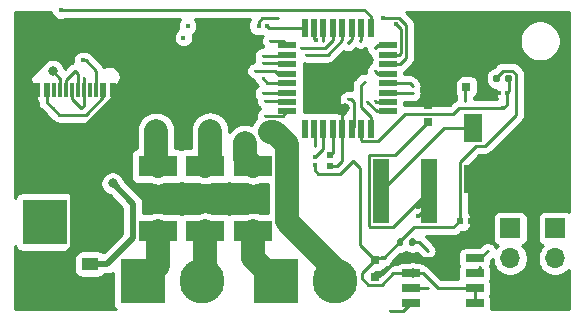
<source format=gbr>
G04 #@! TF.GenerationSoftware,KiCad,Pcbnew,(5.1.9)-1*
G04 #@! TF.CreationDate,2021-07-08T11:24:13-04:00*
G04 #@! TF.ProjectId,ESC_5A,4553435f-3541-42e6-9b69-6361645f7063,rev?*
G04 #@! TF.SameCoordinates,Original*
G04 #@! TF.FileFunction,Copper,L4,Bot*
G04 #@! TF.FilePolarity,Positive*
%FSLAX46Y46*%
G04 Gerber Fmt 4.6, Leading zero omitted, Abs format (unit mm)*
G04 Created by KiCad (PCBNEW (5.1.9)-1) date 2021-07-08 11:24:13*
%MOMM*%
%LPD*%
G01*
G04 APERTURE LIST*
G04 #@! TA.AperFunction,ComponentPad*
%ADD10O,1.700000X1.700000*%
G04 #@! TD*
G04 #@! TA.AperFunction,ComponentPad*
%ADD11R,1.700000X1.700000*%
G04 #@! TD*
G04 #@! TA.AperFunction,SMDPad,CuDef*
%ADD12R,3.300000X1.800000*%
G04 #@! TD*
G04 #@! TA.AperFunction,SMDPad,CuDef*
%ADD13R,1.430000X5.500000*%
G04 #@! TD*
G04 #@! TA.AperFunction,ComponentPad*
%ADD14C,3.800000*%
G04 #@! TD*
G04 #@! TA.AperFunction,ComponentPad*
%ADD15R,3.800000X3.800000*%
G04 #@! TD*
G04 #@! TA.AperFunction,SMDPad,CuDef*
%ADD16R,0.300000X1.150000*%
G04 #@! TD*
G04 #@! TA.AperFunction,SMDPad,CuDef*
%ADD17R,0.600000X1.150000*%
G04 #@! TD*
G04 #@! TA.AperFunction,ComponentPad*
%ADD18O,1.050000X2.100000*%
G04 #@! TD*
G04 #@! TA.AperFunction,ComponentPad*
%ADD19O,1.000000X2.000000*%
G04 #@! TD*
G04 #@! TA.AperFunction,SMDPad,CuDef*
%ADD20R,0.600000X1.500000*%
G04 #@! TD*
G04 #@! TA.AperFunction,SMDPad,CuDef*
%ADD21R,1.500000X0.600000*%
G04 #@! TD*
G04 #@! TA.AperFunction,SMDPad,CuDef*
%ADD22R,1.500000X0.650000*%
G04 #@! TD*
G04 #@! TA.AperFunction,SMDPad,CuDef*
%ADD23R,1.550000X2.350000*%
G04 #@! TD*
G04 #@! TA.AperFunction,SMDPad,CuDef*
%ADD24R,1.470000X1.020000*%
G04 #@! TD*
G04 #@! TA.AperFunction,SMDPad,CuDef*
%ADD25R,0.460000X0.420000*%
G04 #@! TD*
G04 #@! TA.AperFunction,SMDPad,CuDef*
%ADD26R,0.420000X0.460000*%
G04 #@! TD*
G04 #@! TA.AperFunction,SMDPad,CuDef*
%ADD27R,0.620000X0.600000*%
G04 #@! TD*
G04 #@! TA.AperFunction,SMDPad,CuDef*
%ADD28R,0.700000X0.700000*%
G04 #@! TD*
G04 #@! TA.AperFunction,SMDPad,CuDef*
%ADD29R,0.600000X0.620000*%
G04 #@! TD*
G04 #@! TA.AperFunction,ViaPad*
%ADD30C,0.400000*%
G04 #@! TD*
G04 #@! TA.AperFunction,ViaPad*
%ADD31C,0.800000*%
G04 #@! TD*
G04 #@! TA.AperFunction,ViaPad*
%ADD32C,0.200000*%
G04 #@! TD*
G04 #@! TA.AperFunction,Conductor*
%ADD33C,0.250000*%
G04 #@! TD*
G04 #@! TA.AperFunction,Conductor*
%ADD34C,1.000000*%
G04 #@! TD*
G04 #@! TA.AperFunction,Conductor*
%ADD35C,2.000000*%
G04 #@! TD*
G04 #@! TA.AperFunction,Conductor*
%ADD36C,0.500000*%
G04 #@! TD*
G04 #@! TA.AperFunction,Conductor*
%ADD37C,0.254000*%
G04 #@! TD*
G04 #@! TA.AperFunction,Conductor*
%ADD38C,0.100000*%
G04 #@! TD*
G04 APERTURE END LIST*
D10*
G04 #@! TO.P,J6,3*
G04 #@! TO.N,GND*
X173355000Y-161925000D03*
G04 #@! TO.P,J6,2*
G04 #@! TO.N,+5V*
X173355000Y-159385000D03*
D11*
G04 #@! TO.P,J6,1*
G04 #@! TO.N,PPM_2*
X173355000Y-156845000D03*
G04 #@! TD*
D12*
G04 #@! TO.P,R9,2*
G04 #@! TO.N,ADC_3*
X143745000Y-157055000D03*
G04 #@! TO.P,R9,1*
G04 #@! TO.N,ADC_MUX_GND*
X143745000Y-151555000D03*
G04 #@! TD*
G04 #@! TO.P,R7,2*
G04 #@! TO.N,ADC_1*
X139700000Y-157070000D03*
G04 #@! TO.P,R7,1*
G04 #@! TO.N,ADC_VREFA*
X139700000Y-151570000D03*
G04 #@! TD*
G04 #@! TO.P,R6,2*
G04 #@! TO.N,ADC_2*
X147790000Y-157070000D03*
G04 #@! TO.P,R6,1*
G04 #@! TO.N,ADC_VREFB*
X147790000Y-151570000D03*
G04 #@! TD*
G04 #@! TO.P,R4,2*
G04 #@! TO.N,CS_EEPROM*
G04 #@! TA.AperFunction,SMDPad,CuDef*
G36*
G01*
X160995000Y-158200000D02*
X160995000Y-157830000D01*
G75*
G02*
X161130000Y-157695000I135000J0D01*
G01*
X161400000Y-157695000D01*
G75*
G02*
X161535000Y-157830000I0J-135000D01*
G01*
X161535000Y-158200000D01*
G75*
G02*
X161400000Y-158335000I-135000J0D01*
G01*
X161130000Y-158335000D01*
G75*
G02*
X160995000Y-158200000I0J135000D01*
G01*
G37*
G04 #@! TD.AperFunction*
G04 #@! TO.P,R4,1*
G04 #@! TO.N,+3V3*
G04 #@! TA.AperFunction,SMDPad,CuDef*
G36*
G01*
X159975000Y-158200000D02*
X159975000Y-157830000D01*
G75*
G02*
X160110000Y-157695000I135000J0D01*
G01*
X160380000Y-157695000D01*
G75*
G02*
X160515000Y-157830000I0J-135000D01*
G01*
X160515000Y-158200000D01*
G75*
G02*
X160380000Y-158335000I-135000J0D01*
G01*
X160110000Y-158335000D01*
G75*
G02*
X159975000Y-158200000I0J135000D01*
G01*
G37*
G04 #@! TD.AperFunction*
G04 #@! TD*
G04 #@! TO.P,R2,2*
G04 #@! TO.N,NRST*
G04 #@! TA.AperFunction,SMDPad,CuDef*
G36*
G01*
X169150000Y-144330000D02*
X169150000Y-143960000D01*
G75*
G02*
X169285000Y-143825000I135000J0D01*
G01*
X169555000Y-143825000D01*
G75*
G02*
X169690000Y-143960000I0J-135000D01*
G01*
X169690000Y-144330000D01*
G75*
G02*
X169555000Y-144465000I-135000J0D01*
G01*
X169285000Y-144465000D01*
G75*
G02*
X169150000Y-144330000I0J135000D01*
G01*
G37*
G04 #@! TD.AperFunction*
G04 #@! TO.P,R2,1*
G04 #@! TO.N,+3V3*
G04 #@! TA.AperFunction,SMDPad,CuDef*
G36*
G01*
X168130000Y-144330000D02*
X168130000Y-143960000D01*
G75*
G02*
X168265000Y-143825000I135000J0D01*
G01*
X168535000Y-143825000D01*
G75*
G02*
X168670000Y-143960000I0J-135000D01*
G01*
X168670000Y-144330000D01*
G75*
G02*
X168535000Y-144465000I-135000J0D01*
G01*
X168265000Y-144465000D01*
G75*
G02*
X168130000Y-144330000I0J135000D01*
G01*
G37*
G04 #@! TD.AperFunction*
G04 #@! TD*
D13*
G04 #@! TO.P,L1,2*
G04 #@! TO.N,+5V*
X162675000Y-153670000D03*
G04 #@! TO.P,L1,1*
G04 #@! TO.N,Net-(D2-Pad1)*
X158635000Y-153670000D03*
G04 #@! TD*
D14*
G04 #@! TO.P,J5,2*
G04 #@! TO.N,GND*
X130175000Y-161310000D03*
D15*
G04 #@! TO.P,J5,1*
G04 #@! TO.N,PWR_IN*
X130175000Y-156310000D03*
G04 #@! TD*
D14*
G04 #@! TO.P,J4,2*
G04 #@! TO.N,MotorB_Neg*
X154760000Y-161290000D03*
D15*
G04 #@! TO.P,J4,1*
G04 #@! TO.N,ADC_2*
X149760000Y-161290000D03*
G04 #@! TD*
D14*
G04 #@! TO.P,J3,2*
G04 #@! TO.N,ADC_3*
X143430000Y-161290000D03*
D15*
G04 #@! TO.P,J3,1*
G04 #@! TO.N,ADC_1*
X138430000Y-161290000D03*
G04 #@! TD*
D10*
G04 #@! TO.P,J2,3*
G04 #@! TO.N,GND*
X169545000Y-161925000D03*
G04 #@! TO.P,J2,2*
G04 #@! TO.N,+5V*
X169545000Y-159385000D03*
D11*
G04 #@! TO.P,J2,1*
G04 #@! TO.N,PPM_1*
X169545000Y-156845000D03*
G04 #@! TD*
D16*
G04 #@! TO.P,J1,B8*
G04 #@! TO.N,Net-(J1-PadB8)*
X130965000Y-145090000D03*
G04 #@! TO.P,J1,A5*
G04 #@! TO.N,Net-(J1-PadA5)*
X131465000Y-145090000D03*
G04 #@! TO.P,J1,B7*
G04 #@! TO.N,D-*
X131965000Y-145090000D03*
G04 #@! TO.P,J1,B5*
G04 #@! TO.N,Net-(J1-PadB5)*
X134465000Y-145090000D03*
G04 #@! TO.P,J1,A8*
G04 #@! TO.N,Net-(J1-PadA8)*
X133965000Y-145090000D03*
G04 #@! TO.P,J1,B6*
G04 #@! TO.N,D+*
X133465000Y-145090000D03*
G04 #@! TO.P,J1,A6*
X132465000Y-145090000D03*
G04 #@! TO.P,J1,A7*
G04 #@! TO.N,D-*
X132965000Y-145090000D03*
D17*
G04 #@! TO.P,J1,B4_A9*
G04 #@! TO.N,+5V*
X135115000Y-145090000D03*
G04 #@! TO.P,J1,A4_B9*
X130315000Y-145090000D03*
G04 #@! TO.P,J1,B1_A12*
G04 #@! TO.N,GND*
X135915000Y-145090000D03*
G04 #@! TO.P,J1,A1_B12*
X129515000Y-145090000D03*
D18*
G04 #@! TO.P,J1,S4*
X137035000Y-144515000D03*
G04 #@! TO.P,J1,S1*
X128395000Y-144515000D03*
D19*
G04 #@! TO.P,J1,S3*
X137035000Y-140335000D03*
G04 #@! TO.P,J1,S2*
X128395000Y-140335000D03*
G04 #@! TD*
D20*
G04 #@! TO.P,IC4,32*
G04 #@! TO.N,Net-(IC4-Pad32)*
X152140000Y-148395000D03*
G04 #@! TO.P,IC4,31*
G04 #@! TO.N,PPM_2*
X152940000Y-148395000D03*
G04 #@! TO.P,IC4,30*
G04 #@! TO.N,Net-(C8-Pad2)*
X153740000Y-148395000D03*
G04 #@! TO.P,IC4,29*
G04 #@! TO.N,Net-(C7-Pad1)*
X154540000Y-148395000D03*
G04 #@! TO.P,IC4,28*
G04 #@! TO.N,GND*
X155340000Y-148395000D03*
G04 #@! TO.P,IC4,27*
G04 #@! TO.N,PPM_1*
X156140000Y-148395000D03*
G04 #@! TO.P,IC4,26*
G04 #@! TO.N,NRST*
X156940000Y-148395000D03*
G04 #@! TO.P,IC4,25*
G04 #@! TO.N,HBMODE*
X157740000Y-148395000D03*
D21*
G04 #@! TO.P,IC4,24*
G04 #@! TO.N,D+*
X159190000Y-146945000D03*
G04 #@! TO.P,IC4,23*
G04 #@! TO.N,D-*
X159190000Y-146145000D03*
G04 #@! TO.P,IC4,22*
G04 #@! TO.N,MOSI_EEPROM*
X159190000Y-145345000D03*
G04 #@! TO.P,IC4,21*
G04 #@! TO.N,SCK_EEPROM*
X159190000Y-144545000D03*
G04 #@! TO.P,IC4,20*
G04 #@! TO.N,MISO_EEPROM*
X159190000Y-143745000D03*
G04 #@! TO.P,IC4,19*
G04 #@! TO.N,RGB_DATA*
X159190000Y-142945000D03*
G04 #@! TO.P,IC4,18*
G04 #@! TO.N,PWMB*
X159190000Y-142145000D03*
G04 #@! TO.P,IC4,17*
G04 #@! TO.N,PWMA*
X159190000Y-141345000D03*
D20*
G04 #@! TO.P,IC4,16*
G04 #@! TO.N,RGB_PWR*
X157740000Y-139895000D03*
G04 #@! TO.P,IC4,15*
G04 #@! TO.N,INA1*
X156940000Y-139895000D03*
G04 #@! TO.P,IC4,14*
G04 #@! TO.N,INA2*
X156140000Y-139895000D03*
G04 #@! TO.P,IC4,13*
G04 #@! TO.N,INB1*
X155340000Y-139895000D03*
G04 #@! TO.P,IC4,12*
G04 #@! TO.N,INB2*
X154540000Y-139895000D03*
G04 #@! TO.P,IC4,11*
G04 #@! TO.N,CS_EEPROM*
X153740000Y-139895000D03*
G04 #@! TO.P,IC4,10*
G04 #@! TO.N,GND*
X152940000Y-139895000D03*
G04 #@! TO.P,IC4,9*
G04 #@! TO.N,Net-(C9-Pad2)*
X152140000Y-139895000D03*
D21*
G04 #@! TO.P,IC4,8*
G04 #@! TO.N,ADC_1*
X150690000Y-141345000D03*
G04 #@! TO.P,IC4,7*
G04 #@! TO.N,ADC_3*
X150690000Y-142145000D03*
G04 #@! TO.P,IC4,6*
G04 #@! TO.N,ADC_2*
X150690000Y-142945000D03*
G04 #@! TO.P,IC4,5*
G04 #@! TO.N,ADC_VREFB*
X150690000Y-143745000D03*
G04 #@! TO.P,IC4,4*
G04 #@! TO.N,ADC_VREFA*
X150690000Y-144545000D03*
G04 #@! TO.P,IC4,3*
G04 #@! TO.N,ADC_MUX_GND*
X150690000Y-145345000D03*
G04 #@! TO.P,IC4,2*
G04 #@! TO.N,LO2*
X150690000Y-146145000D03*
G04 #@! TO.P,IC4,1*
G04 #@! TO.N,LO1*
X150690000Y-146945000D03*
G04 #@! TD*
D22*
G04 #@! TO.P,IC1,8*
G04 #@! TO.N,+3V3*
X166530000Y-163195000D03*
G04 #@! TO.P,IC1,7*
X166530000Y-161925000D03*
G04 #@! TO.P,IC1,6*
G04 #@! TO.N,SCK_EEPROM*
X166530000Y-160655000D03*
G04 #@! TO.P,IC1,5*
G04 #@! TO.N,MOSI_EEPROM*
X166530000Y-159385000D03*
G04 #@! TO.P,IC1,4*
G04 #@! TO.N,GND*
X161130000Y-159385000D03*
G04 #@! TO.P,IC1,3*
G04 #@! TO.N,+3V3*
X161130000Y-160655000D03*
G04 #@! TO.P,IC1,2*
G04 #@! TO.N,MISO_EEPROM*
X161130000Y-161925000D03*
G04 #@! TO.P,IC1,1*
G04 #@! TO.N,CS_EEPROM*
X161130000Y-163195000D03*
G04 #@! TD*
D23*
G04 #@! TO.P,D2,2*
G04 #@! TO.N,GND*
X166370000Y-152645000D03*
G04 #@! TO.P,D2,1*
G04 #@! TO.N,Net-(D2-Pad1)*
X166370000Y-148345000D03*
G04 #@! TD*
D24*
G04 #@! TO.P,C10,2*
G04 #@! TO.N,GND*
X133985000Y-161455000D03*
G04 #@! TO.P,C10,1*
G04 #@! TO.N,PWR*
X133985000Y-159855000D03*
G04 #@! TD*
D25*
G04 #@! TO.P,C9,2*
G04 #@! TO.N,Net-(C9-Pad2)*
X148920000Y-139700000D03*
G04 #@! TO.P,C9,1*
G04 #@! TO.N,+3V3*
X148260000Y-139700000D03*
G04 #@! TD*
D26*
G04 #@! TO.P,C8,2*
G04 #@! TO.N,Net-(C8-Pad2)*
X153035000Y-150800000D03*
G04 #@! TO.P,C8,1*
G04 #@! TO.N,+3V3*
X153035000Y-151460000D03*
G04 #@! TD*
D27*
G04 #@! TO.P,C7,2*
G04 #@! TO.N,GND*
X154305000Y-151590000D03*
G04 #@! TO.P,C7,1*
G04 #@! TO.N,Net-(C7-Pad1)*
X154305000Y-150670000D03*
G04 #@! TD*
D28*
G04 #@! TO.P,C6,2*
G04 #@! TO.N,GND*
X165835000Y-143445000D03*
G04 #@! TO.P,C6,1*
G04 #@! TO.N,+5V*
X165835000Y-144845000D03*
G04 #@! TD*
G04 #@! TO.P,C5,2*
G04 #@! TO.N,GND*
X162560000Y-146420000D03*
G04 #@! TO.P,C5,1*
G04 #@! TO.N,+5V*
X162560000Y-147820000D03*
G04 #@! TD*
D29*
G04 #@! TO.P,C4,2*
G04 #@! TO.N,GND*
X166195000Y-156210000D03*
G04 #@! TO.P,C4,1*
G04 #@! TO.N,+3V3*
X165275000Y-156210000D03*
G04 #@! TD*
D28*
G04 #@! TO.P,C2,2*
G04 #@! TO.N,GND*
X158115000Y-160920000D03*
G04 #@! TO.P,C2,1*
G04 #@! TO.N,+3V3*
X158115000Y-159520000D03*
G04 #@! TD*
D25*
G04 #@! TO.P,C1,2*
G04 #@! TO.N,NRST*
X169240000Y-145415000D03*
G04 #@! TO.P,C1,1*
G04 #@! TO.N,GND*
X168580000Y-145415000D03*
G04 #@! TD*
D30*
G04 #@! TO.N,NRST*
X168910000Y-146685000D03*
D31*
G04 #@! TO.N,GND*
X164465000Y-140970000D03*
X163195000Y-142240000D03*
X155575000Y-146685000D03*
X144145000Y-144145000D03*
X143310000Y-143945000D03*
D30*
X164465000Y-160655000D03*
D31*
X143470399Y-144819601D03*
D30*
X153073927Y-140901464D03*
D31*
X135192500Y-142177500D03*
X128905000Y-149225000D03*
D30*
G04 #@! TO.N,+3V3*
X158815000Y-159320000D03*
D32*
X156210000Y-151130000D03*
X149860000Y-139065000D03*
D31*
X161290000Y-160655000D03*
D30*
G04 #@! TO.N,+5V*
X161720000Y-155780000D03*
X161720000Y-155002000D03*
D32*
X165735000Y-146050000D03*
X130810000Y-146685000D03*
D30*
G04 #@! TO.N,RGB_PWR*
X131505011Y-138369989D03*
G04 #@! TO.N,RGB_DATA*
X158774810Y-139040190D03*
G04 #@! TO.N,Net-(D2-Pad1)*
X158115000Y-155575000D03*
X158115000Y-156210000D03*
D32*
G04 #@! TO.N,SCK_EEPROM*
X161290000Y-144780000D03*
X167005000Y-160110002D03*
G04 #@! TO.N,MOSI_EEPROM*
X161290000Y-145415000D03*
X167640000Y-158750000D03*
G04 #@! TO.N,MISO_EEPROM*
X158115000Y-143510000D03*
X162560000Y-161925000D03*
G04 #@! TO.N,CS_EEPROM*
X153670000Y-140970000D03*
X162560000Y-158750000D03*
X159385000Y-163830000D03*
G04 #@! TO.N,HBMODE*
X157216232Y-144408768D03*
G04 #@! TO.N,D+*
X157426268Y-146103732D03*
X133490000Y-144145000D03*
G04 #@! TO.N,D-*
X158115000Y-146050000D03*
X132715000Y-143510000D03*
D30*
G04 #@! TO.N,PWMB*
X159885191Y-139565191D03*
D32*
G04 #@! TO.N,PWMA*
X158115000Y-141605000D03*
G04 #@! TO.N,INB2*
X151840002Y-141605000D03*
G04 #@! TO.N,INB1*
X152245594Y-142130000D03*
G04 #@! TO.N,INA2*
X155782533Y-141177471D03*
G04 #@! TO.N,INA1*
X156845000Y-140970000D03*
G04 #@! TO.N,ADC_2*
X148590000Y-142875000D03*
G04 #@! TO.N,ADC_1*
X149225000Y-140970000D03*
G04 #@! TO.N,ADC_3*
X148590000Y-142240000D03*
G04 #@! TO.N,ADC_VREFB*
X147955000Y-143510000D03*
D31*
X147099154Y-149639154D03*
D32*
G04 #@! TO.N,ADC_VREFA*
X148590000Y-144145000D03*
D31*
X139559345Y-148603001D03*
G04 #@! TO.N,ADC_MUX_GND*
X144145000Y-148590000D03*
D32*
X148590000Y-145415000D03*
D30*
G04 #@! TO.N,LO2*
X141882398Y-140692602D03*
D32*
X148790001Y-146050000D03*
D30*
G04 #@! TO.N,LO1*
X142240000Y-139700000D03*
D32*
X148790001Y-147320000D03*
D31*
G04 #@! TO.N,Net-(J1-PadA5)*
X130810000Y-143510000D03*
D30*
G04 #@! TO.N,Net-(J1-PadB5)*
X133350000Y-142614990D03*
D31*
G04 #@! TO.N,MotorB_Neg*
X148590000Y-148522397D03*
D32*
G04 #@! TO.N,PPM_2*
X153035000Y-149860000D03*
G04 #@! TO.N,PPM_1*
X155782534Y-145912386D03*
D31*
G04 #@! TO.N,PWR*
X135890000Y-153035000D03*
G04 #@! TD*
D33*
G04 #@! TO.N,NRST*
X169240000Y-146355000D02*
X169240000Y-145415000D01*
X168910000Y-146685000D02*
X169240000Y-146355000D01*
X169420000Y-145235000D02*
X169240000Y-145415000D01*
X169420000Y-144145000D02*
X169420000Y-145235000D01*
X165494998Y-146685000D02*
X168910000Y-146685000D01*
X156940000Y-149395000D02*
X157015001Y-149470001D01*
X156940000Y-148395000D02*
X156940000Y-149395000D01*
X164734995Y-147144999D02*
X160685003Y-147144999D01*
X160685003Y-147144999D02*
X158360001Y-149470001D01*
X157015001Y-149470001D02*
X158360001Y-149470001D01*
X165194994Y-146685000D02*
X168910000Y-146685000D01*
X164734995Y-147144999D02*
X165194994Y-146685000D01*
G04 #@! TO.N,GND*
X135005000Y-142365000D02*
X135192500Y-142177500D01*
X137035000Y-144460000D02*
X137035000Y-144515000D01*
X129915000Y-141855000D02*
X128395000Y-140335000D01*
X131445000Y-141855000D02*
X129915000Y-141855000D01*
X131055000Y-141855000D02*
X128395000Y-144515000D01*
X131445000Y-141855000D02*
X131055000Y-141855000D01*
X128970000Y-145090000D02*
X128395000Y-144515000D01*
X129515000Y-145090000D02*
X128970000Y-145090000D01*
X136460000Y-145090000D02*
X137035000Y-144515000D01*
X135915000Y-145090000D02*
X136460000Y-145090000D01*
X129540000Y-145115000D02*
X129515000Y-145090000D01*
X154175000Y-151460000D02*
X154305000Y-151590000D01*
X166370000Y-156035000D02*
X166195000Y-156210000D01*
X166370000Y-152645000D02*
X166370000Y-156035000D01*
X160050000Y-159385000D02*
X161130000Y-159385000D01*
X158715000Y-160720000D02*
X160050000Y-159385000D01*
X158115000Y-160720000D02*
X158715000Y-160720000D01*
X163195000Y-159385000D02*
X164465000Y-160655000D01*
X161130000Y-159385000D02*
X163195000Y-159385000D01*
X155340000Y-151115000D02*
X155340000Y-148395000D01*
X154865000Y-151590000D02*
X155340000Y-151115000D01*
X154305000Y-151590000D02*
X154865000Y-151590000D01*
X155340000Y-146920000D02*
X155575000Y-146685000D01*
X155340000Y-148395000D02*
X155340000Y-146920000D01*
X152940000Y-140767537D02*
X153073927Y-140901464D01*
X152940000Y-139895000D02*
X152940000Y-140767537D01*
X165835000Y-143445000D02*
X166305000Y-143445000D01*
X168275000Y-145415000D02*
X168580000Y-145415000D01*
X166305000Y-143445000D02*
X168275000Y-145415000D01*
X165835000Y-143445000D02*
X165800000Y-143445000D01*
X131445000Y-141855000D02*
X134110000Y-141855000D01*
X135192500Y-142177500D02*
X137035000Y-140335000D01*
X162860000Y-146420000D02*
X165835000Y-143445000D01*
X162560000Y-146420000D02*
X162860000Y-146420000D01*
D34*
X132775001Y-158609999D02*
X132775001Y-153095001D01*
X130175000Y-161210000D02*
X132775001Y-158609999D01*
X132775001Y-153095001D02*
X128905000Y-149225000D01*
D33*
X128905000Y-145700000D02*
X129515000Y-145090000D01*
X128905000Y-149225000D02*
X128905000Y-145700000D01*
X135915000Y-145750002D02*
X135915000Y-145090000D01*
X132440002Y-149225000D02*
X135915000Y-145750002D01*
X128905000Y-149225000D02*
X132440002Y-149225000D01*
X134870000Y-141855000D02*
X135192500Y-142177500D01*
X131445000Y-141855000D02*
X134870000Y-141855000D01*
X137035000Y-144020000D02*
X137035000Y-144515000D01*
X135192500Y-142177500D02*
X137035000Y-144020000D01*
G04 #@! TO.N,+3V3*
X158840000Y-159320000D02*
X160145000Y-158015000D01*
X158115000Y-159320000D02*
X158815000Y-159320000D01*
X161414999Y-156745001D02*
X160145000Y-158015000D01*
X164739999Y-156745001D02*
X161414999Y-156745001D01*
X165275000Y-156210000D02*
X164739999Y-156745001D01*
X166530000Y-163195000D02*
X166530000Y-161925000D01*
X158815000Y-159320000D02*
X158840000Y-159320000D01*
X162130000Y-160655000D02*
X163400000Y-161925000D01*
X163400000Y-161925000D02*
X166530000Y-161925000D01*
X161130000Y-160655000D02*
X161290000Y-160655000D01*
X169745544Y-143499990D02*
X168920010Y-143499990D01*
X170015010Y-147234992D02*
X170015010Y-143769456D01*
X170015010Y-143769456D02*
X169745544Y-143499990D01*
X167405001Y-149845001D02*
X170015010Y-147234992D01*
X166634997Y-149845001D02*
X167405001Y-149845001D01*
X165269999Y-151209999D02*
X166634997Y-149845001D01*
X165275000Y-154085002D02*
X165269999Y-154080001D01*
X165269999Y-154080001D02*
X165269999Y-151209999D01*
X165275000Y-156210000D02*
X165275000Y-154085002D01*
X168400000Y-144020000D02*
X168400000Y-144145000D01*
X168920010Y-143499990D02*
X168400000Y-144020000D01*
X158115000Y-159320000D02*
X158050000Y-159320000D01*
X157439999Y-160195001D02*
X158115000Y-159520000D01*
X159665002Y-160655000D02*
X158725001Y-161595001D01*
X161130000Y-160655000D02*
X159665002Y-160655000D01*
X161290000Y-160655000D02*
X162130000Y-160655000D01*
X158115000Y-159520000D02*
X158115000Y-159320000D01*
X148260000Y-139334998D02*
X148260000Y-139700000D01*
X148529998Y-139065000D02*
X148260000Y-139334998D01*
X149860000Y-139065000D02*
X148529998Y-139065000D01*
X155124999Y-152215001D02*
X156210000Y-151130000D01*
X153310001Y-152215001D02*
X155124999Y-152215001D01*
X153035000Y-151940000D02*
X153310001Y-152215001D01*
X153035000Y-151460000D02*
X153035000Y-151940000D01*
X158115000Y-159520000D02*
X156845000Y-158250000D01*
X156845000Y-151765000D02*
X156210000Y-151130000D01*
X156845000Y-158250000D02*
X156845000Y-151765000D01*
X157504999Y-161595001D02*
X156985001Y-161075003D01*
X158725001Y-161595001D02*
X157504999Y-161595001D01*
X156985001Y-160649999D02*
X157439999Y-160195001D01*
X156985001Y-161075003D02*
X156985001Y-160649999D01*
G04 #@! TO.N,+5V*
X162675000Y-154047000D02*
X161720000Y-155002000D01*
X162675000Y-153670000D02*
X162675000Y-154047000D01*
X162675000Y-154825000D02*
X161720000Y-155780000D01*
X162675000Y-153670000D02*
X162675000Y-154825000D01*
X157659999Y-156745001D02*
X157589999Y-156675001D01*
X159599999Y-156745001D02*
X157659999Y-156745001D01*
X157589999Y-156675001D02*
X157589999Y-150664999D01*
X162675000Y-153670000D02*
X159599999Y-156745001D01*
X165735000Y-144945000D02*
X165835000Y-144845000D01*
X165735000Y-146050000D02*
X165735000Y-144945000D01*
X130315000Y-146190000D02*
X130315000Y-145090000D01*
X130810000Y-146685000D02*
X130315000Y-146190000D01*
X135115000Y-145750002D02*
X135115000Y-145090000D01*
X133655001Y-147210001D02*
X135115000Y-145750002D01*
X131335001Y-147210001D02*
X133655001Y-147210001D01*
X130810000Y-146685000D02*
X131335001Y-147210001D01*
X159785001Y-150594999D02*
X162560000Y-147820000D01*
X157659999Y-150594999D02*
X159785001Y-150594999D01*
X157589999Y-150664999D02*
X157659999Y-150594999D01*
G04 #@! TO.N,Net-(C7-Pad1)*
X154540000Y-150435000D02*
X154305000Y-150670000D01*
X154540000Y-148395000D02*
X154540000Y-150435000D01*
G04 #@! TO.N,Net-(C8-Pad2)*
X153740000Y-150095000D02*
X153035000Y-150800000D01*
X153740000Y-148395000D02*
X153740000Y-150095000D01*
G04 #@! TO.N,Net-(C9-Pad2)*
X152140000Y-139895000D02*
X151020000Y-139895000D01*
X149115000Y-139895000D02*
X148920000Y-139700000D01*
X152140000Y-139895000D02*
X149115000Y-139895000D01*
G04 #@! TO.N,RGB_PWR*
X157214989Y-138369989D02*
X131505011Y-138369989D01*
X157740000Y-138895000D02*
X157214989Y-138369989D01*
X157740000Y-139895000D02*
X157740000Y-138895000D01*
X131505011Y-138369989D02*
X131505011Y-138369989D01*
G04 #@! TO.N,RGB_DATA*
X160715011Y-142419989D02*
X160715011Y-139760011D01*
X160190000Y-142945000D02*
X160715011Y-142419989D01*
X159190000Y-142945000D02*
X160190000Y-142945000D01*
X160137192Y-139040190D02*
X158774810Y-139040190D01*
X160715011Y-139618009D02*
X160137192Y-139040190D01*
X160715011Y-139760011D02*
X160715011Y-139618009D01*
X158774810Y-139040190D02*
X158774810Y-139040190D01*
G04 #@! TO.N,Net-(D2-Pad1)*
X158635000Y-155055000D02*
X158115000Y-155575000D01*
X158635000Y-153670000D02*
X158635000Y-155055000D01*
X158115000Y-154190000D02*
X158635000Y-153670000D01*
X158115000Y-156210000D02*
X158115000Y-154190000D01*
X163960000Y-148345000D02*
X166370000Y-148345000D01*
X158635000Y-153670000D02*
X163960000Y-148345000D01*
G04 #@! TO.N,SCK_EEPROM*
X161055000Y-144545000D02*
X161290000Y-144780000D01*
X159190000Y-144545000D02*
X161055000Y-144545000D01*
X166530000Y-160585002D02*
X167005000Y-160110002D01*
X166530000Y-160655000D02*
X166530000Y-160585002D01*
G04 #@! TO.N,MOSI_EEPROM*
X161220000Y-145345000D02*
X161290000Y-145415000D01*
X159190000Y-145345000D02*
X161220000Y-145345000D01*
X167005000Y-159385000D02*
X167640000Y-158750000D01*
X166530000Y-159385000D02*
X167005000Y-159385000D01*
G04 #@! TO.N,MISO_EEPROM*
X158350000Y-143745000D02*
X158115000Y-143510000D01*
X159190000Y-143745000D02*
X158350000Y-143745000D01*
X161130000Y-161925000D02*
X162560000Y-161925000D01*
G04 #@! TO.N,CS_EEPROM*
X153740000Y-140900000D02*
X153670000Y-140970000D01*
X153740000Y-139895000D02*
X153740000Y-140900000D01*
X161825000Y-158015000D02*
X162560000Y-158750000D01*
X161165000Y-158015000D02*
X161825000Y-158015000D01*
X160495000Y-163830000D02*
X161130000Y-163195000D01*
X159385000Y-163830000D02*
X160495000Y-163830000D01*
G04 #@! TO.N,HBMODE*
X157740000Y-147395000D02*
X157740000Y-148395000D01*
X156901267Y-146556267D02*
X157740000Y-147395000D01*
X156901267Y-144723733D02*
X156901267Y-146556267D01*
X157216232Y-144408768D02*
X156901267Y-144723733D01*
G04 #@! TO.N,D+*
X132465000Y-145915000D02*
X133235000Y-146685000D01*
X132465000Y-145090000D02*
X132465000Y-145915000D01*
X133465000Y-146455000D02*
X133465000Y-145090000D01*
X133235000Y-146685000D02*
X133465000Y-146455000D01*
X158267536Y-146945000D02*
X159190000Y-146945000D01*
X157426268Y-146103732D02*
X158267536Y-146945000D01*
X133490000Y-145065000D02*
X133465000Y-145090000D01*
X133490000Y-144145000D02*
X133490000Y-145065000D01*
G04 #@! TO.N,D-*
X158210000Y-146145000D02*
X158115000Y-146050000D01*
X159190000Y-146145000D02*
X158210000Y-146145000D01*
X131965000Y-144260000D02*
X132715000Y-143510000D01*
X131965000Y-145090000D02*
X131965000Y-144260000D01*
X132965000Y-143760000D02*
X132715000Y-143510000D01*
X132965000Y-145090000D02*
X132965000Y-143760000D01*
G04 #@! TO.N,PWMB*
X160115000Y-142145000D02*
X159190000Y-142145000D01*
X160265001Y-141994999D02*
X160115000Y-142145000D01*
X160265001Y-139945001D02*
X160265001Y-141994999D01*
X159885191Y-139565191D02*
X160265001Y-139945001D01*
G04 #@! TO.N,PWMA*
X158375000Y-141345000D02*
X159190000Y-141345000D01*
X158115000Y-141605000D02*
X158375000Y-141345000D01*
G04 #@! TO.N,INB2*
X153830000Y-141605000D02*
X151840002Y-141605000D01*
X154540000Y-140895000D02*
X153830000Y-141605000D01*
X154540000Y-139895000D02*
X154540000Y-140895000D01*
G04 #@! TO.N,INB1*
X154105000Y-142130000D02*
X152245594Y-142130000D01*
X155340000Y-140895000D02*
X154105000Y-142130000D01*
X155340000Y-139895000D02*
X155340000Y-140895000D01*
G04 #@! TO.N,INA2*
X156140000Y-140820004D02*
X155782533Y-141177471D01*
X156140000Y-139895000D02*
X156140000Y-140820004D01*
G04 #@! TO.N,INA1*
X156940000Y-140875000D02*
X156845000Y-140970000D01*
X156940000Y-139895000D02*
X156940000Y-140875000D01*
D34*
G04 #@! TO.N,ADC_2*
X148590000Y-160655000D02*
X149225000Y-161290000D01*
D33*
X150620000Y-142875000D02*
X150690000Y-142945000D01*
X148590000Y-142875000D02*
X150620000Y-142875000D01*
D35*
X147790000Y-159320000D02*
X149760000Y-161290000D01*
X147790000Y-157070000D02*
X147790000Y-159320000D01*
D33*
G04 #@! TO.N,ADC_1*
X150315000Y-140970000D02*
X150690000Y-141345000D01*
X149225000Y-140970000D02*
X150315000Y-140970000D01*
D35*
X139700000Y-160020000D02*
X138430000Y-161290000D01*
X139700000Y-157070000D02*
X139700000Y-160020000D01*
D33*
G04 #@! TO.N,ADC_3*
X150595000Y-142240000D02*
X150690000Y-142145000D01*
X148590000Y-142240000D02*
X150595000Y-142240000D01*
D34*
X143745000Y-160490000D02*
X142945000Y-161290000D01*
D35*
X143745000Y-160975000D02*
X143430000Y-161290000D01*
X143745000Y-157055000D02*
X143745000Y-160975000D01*
D33*
G04 #@! TO.N,ADC_VREFB*
X149854998Y-143745000D02*
X150690000Y-143745000D01*
X149619998Y-143510000D02*
X149854998Y-143745000D01*
X147955000Y-143510000D02*
X149619998Y-143510000D01*
D35*
X147099154Y-150879154D02*
X147790000Y-151570000D01*
X147099154Y-149639154D02*
X147099154Y-150879154D01*
D33*
G04 #@! TO.N,ADC_VREFA*
X148990000Y-144545000D02*
X150690000Y-144545000D01*
X148590000Y-144145000D02*
X148990000Y-144545000D01*
D35*
X139559345Y-151429345D02*
X139700000Y-151570000D01*
X139559345Y-148603001D02*
X139559345Y-151429345D01*
D33*
G04 #@! TO.N,ADC_MUX_GND*
X150620000Y-145415000D02*
X150690000Y-145345000D01*
X148590000Y-145415000D02*
X150620000Y-145415000D01*
D35*
X144145000Y-151155000D02*
X143745000Y-151555000D01*
X144145000Y-148590000D02*
X144145000Y-151155000D01*
D33*
G04 #@! TO.N,LO2*
X150595000Y-146050000D02*
X150690000Y-146145000D01*
X148790001Y-146050000D02*
X150595000Y-146050000D01*
G04 #@! TO.N,LO1*
X150315000Y-147320000D02*
X150690000Y-146945000D01*
X148790001Y-147320000D02*
X150315000Y-147320000D01*
G04 #@! TO.N,Net-(J1-PadA5)*
X131465000Y-144165000D02*
X130810000Y-143510000D01*
X131465000Y-145090000D02*
X131465000Y-144165000D01*
G04 #@! TO.N,Net-(J1-PadB5)*
X133598580Y-142614990D02*
X133350000Y-142614990D01*
X134465000Y-143481410D02*
X133598580Y-142614990D01*
X134465000Y-145090000D02*
X134465000Y-143481410D01*
D34*
G04 #@! TO.N,MotorB_Neg*
X154225000Y-160575000D02*
X154225000Y-161290000D01*
D35*
X149575012Y-148645010D02*
X149216293Y-148645010D01*
X154760000Y-160329998D02*
X150640001Y-156209999D01*
X154760000Y-161290000D02*
X154760000Y-160329998D01*
X150640001Y-149709999D02*
X149575012Y-148645010D01*
X150640001Y-156209999D02*
X150640001Y-149709999D01*
D33*
G04 #@! TO.N,PPM_2*
X153035000Y-148490000D02*
X152940000Y-148395000D01*
X153035000Y-149860000D02*
X153035000Y-148490000D01*
G04 #@! TO.N,PPM_1*
X156300001Y-148234999D02*
X156140000Y-148395000D01*
X156065376Y-145912386D02*
X156300001Y-146147011D01*
X156300001Y-146147011D02*
X156300001Y-148234999D01*
X155782534Y-145912386D02*
X156065376Y-145912386D01*
D36*
G04 #@! TO.N,PWR*
X133985000Y-159855000D02*
X134150000Y-159855000D01*
X135890000Y-153035000D02*
X137599999Y-154744999D01*
X137599999Y-154744999D02*
X137599999Y-157675001D01*
X135420000Y-159855000D02*
X133985000Y-159855000D01*
X137599999Y-157675001D02*
X135420000Y-159855000D01*
G04 #@! TD*
D37*
G04 #@! TO.N,GND*
X174498000Y-155431593D02*
X174449180Y-155405498D01*
X174329482Y-155369188D01*
X174205000Y-155356928D01*
X172505000Y-155356928D01*
X172380518Y-155369188D01*
X172260820Y-155405498D01*
X172150506Y-155464463D01*
X172053815Y-155543815D01*
X171974463Y-155640506D01*
X171915498Y-155750820D01*
X171879188Y-155870518D01*
X171866928Y-155995000D01*
X171866928Y-157695000D01*
X171879188Y-157819482D01*
X171915498Y-157939180D01*
X171974463Y-158049494D01*
X172053815Y-158146185D01*
X172150506Y-158225537D01*
X172260820Y-158284502D01*
X172333380Y-158306513D01*
X172201525Y-158438368D01*
X172039010Y-158681589D01*
X171927068Y-158951842D01*
X171870000Y-159238740D01*
X171870000Y-159531260D01*
X171927068Y-159818158D01*
X172039010Y-160088411D01*
X172201525Y-160331632D01*
X172408368Y-160538475D01*
X172651589Y-160700990D01*
X172921842Y-160812932D01*
X173208740Y-160870000D01*
X173501260Y-160870000D01*
X173788158Y-160812932D01*
X174058411Y-160700990D01*
X174301632Y-160538475D01*
X174498000Y-160342107D01*
X174498000Y-163703000D01*
X167888061Y-163703000D01*
X167905812Y-163644482D01*
X167918072Y-163520000D01*
X167918072Y-162870000D01*
X167905812Y-162745518D01*
X167869502Y-162625820D01*
X167834320Y-162560000D01*
X167869502Y-162494180D01*
X167905812Y-162374482D01*
X167918072Y-162250000D01*
X167918072Y-161600000D01*
X167905812Y-161475518D01*
X167869502Y-161355820D01*
X167834320Y-161290000D01*
X167869502Y-161224180D01*
X167905812Y-161104482D01*
X167918072Y-160980000D01*
X167918072Y-160330000D01*
X167905812Y-160205518D01*
X167869502Y-160085820D01*
X167834320Y-160020000D01*
X167869502Y-159954180D01*
X167905812Y-159834482D01*
X167918072Y-159710000D01*
X167918072Y-159546730D01*
X168060000Y-159404802D01*
X168060000Y-159531260D01*
X168117068Y-159818158D01*
X168229010Y-160088411D01*
X168391525Y-160331632D01*
X168598368Y-160538475D01*
X168841589Y-160700990D01*
X169111842Y-160812932D01*
X169398740Y-160870000D01*
X169691260Y-160870000D01*
X169978158Y-160812932D01*
X170248411Y-160700990D01*
X170491632Y-160538475D01*
X170698475Y-160331632D01*
X170860990Y-160088411D01*
X170972932Y-159818158D01*
X171030000Y-159531260D01*
X171030000Y-159238740D01*
X170972932Y-158951842D01*
X170860990Y-158681589D01*
X170698475Y-158438368D01*
X170566620Y-158306513D01*
X170639180Y-158284502D01*
X170749494Y-158225537D01*
X170846185Y-158146185D01*
X170925537Y-158049494D01*
X170984502Y-157939180D01*
X171020812Y-157819482D01*
X171033072Y-157695000D01*
X171033072Y-155995000D01*
X171020812Y-155870518D01*
X170984502Y-155750820D01*
X170925537Y-155640506D01*
X170846185Y-155543815D01*
X170749494Y-155464463D01*
X170639180Y-155405498D01*
X170519482Y-155369188D01*
X170395000Y-155356928D01*
X168695000Y-155356928D01*
X168570518Y-155369188D01*
X168450820Y-155405498D01*
X168340506Y-155464463D01*
X168243815Y-155543815D01*
X168164463Y-155640506D01*
X168105498Y-155750820D01*
X168069188Y-155870518D01*
X168056928Y-155995000D01*
X168056928Y-157695000D01*
X168069188Y-157819482D01*
X168105498Y-157939180D01*
X168164463Y-158049494D01*
X168243815Y-158146185D01*
X168340506Y-158225537D01*
X168450820Y-158284502D01*
X168523380Y-158306513D01*
X168391525Y-158438368D01*
X168355858Y-158491748D01*
X168345546Y-158457754D01*
X168274974Y-158325724D01*
X168180001Y-158209999D01*
X168064276Y-158115026D01*
X167932246Y-158044454D01*
X167788986Y-158000997D01*
X167640000Y-157986323D01*
X167491014Y-158000997D01*
X167347753Y-158044454D01*
X167215724Y-158115026D01*
X167128997Y-158186201D01*
X166893270Y-158421928D01*
X165780000Y-158421928D01*
X165655518Y-158434188D01*
X165535820Y-158470498D01*
X165425506Y-158529463D01*
X165328815Y-158608815D01*
X165249463Y-158705506D01*
X165190498Y-158815820D01*
X165154188Y-158935518D01*
X165141928Y-159060000D01*
X165141928Y-159710000D01*
X165154188Y-159834482D01*
X165190498Y-159954180D01*
X165225680Y-160020000D01*
X165190498Y-160085820D01*
X165154188Y-160205518D01*
X165141928Y-160330000D01*
X165141928Y-160980000D01*
X165154188Y-161104482D01*
X165172546Y-161165000D01*
X163714802Y-161165000D01*
X162693804Y-160144003D01*
X162670001Y-160114999D01*
X162554276Y-160020026D01*
X162422247Y-159949454D01*
X162378189Y-159936089D01*
X162331185Y-159878815D01*
X162234494Y-159799463D01*
X162124180Y-159740498D01*
X162004482Y-159704188D01*
X161880000Y-159691928D01*
X161669524Y-159691928D01*
X161591898Y-159659774D01*
X161391939Y-159620000D01*
X161188061Y-159620000D01*
X160988102Y-159659774D01*
X160910476Y-159691928D01*
X160380000Y-159691928D01*
X160255518Y-159704188D01*
X160135820Y-159740498D01*
X160025506Y-159799463D01*
X159928815Y-159878815D01*
X159915532Y-159895000D01*
X159702324Y-159895000D01*
X159665001Y-159891324D01*
X159627678Y-159895000D01*
X159627669Y-159895000D01*
X159516016Y-159905997D01*
X159372755Y-159949454D01*
X159359133Y-159956735D01*
X159463587Y-159852281D01*
X159554967Y-159715521D01*
X159580201Y-159654600D01*
X160261730Y-158973072D01*
X160380000Y-158973072D01*
X160530819Y-158958218D01*
X160675842Y-158914225D01*
X160755000Y-158871914D01*
X160834158Y-158914225D01*
X160979181Y-158958218D01*
X161130000Y-158973072D01*
X161400000Y-158973072D01*
X161550819Y-158958218D01*
X161660227Y-158925029D01*
X162048997Y-159313799D01*
X162135723Y-159384974D01*
X162267753Y-159455546D01*
X162411014Y-159499002D01*
X162560000Y-159513676D01*
X162708986Y-159499002D01*
X162852246Y-159455546D01*
X162984276Y-159384974D01*
X163100001Y-159290001D01*
X163194974Y-159174276D01*
X163265546Y-159042246D01*
X163309002Y-158898986D01*
X163323676Y-158750000D01*
X163309002Y-158601014D01*
X163265546Y-158457753D01*
X163194974Y-158325723D01*
X163123799Y-158238997D01*
X162389802Y-157505001D01*
X164702677Y-157505001D01*
X164739999Y-157508677D01*
X164777321Y-157505001D01*
X164777332Y-157505001D01*
X164888985Y-157494004D01*
X165032246Y-157450547D01*
X165164275Y-157379975D01*
X165280000Y-157285002D01*
X165303802Y-157255999D01*
X165401729Y-157158072D01*
X165575000Y-157158072D01*
X165699482Y-157145812D01*
X165819180Y-157109502D01*
X165929494Y-157050537D01*
X166026185Y-156971185D01*
X166105537Y-156874494D01*
X166164502Y-156764180D01*
X166200812Y-156644482D01*
X166213072Y-156520000D01*
X166213072Y-155900000D01*
X166200812Y-155775518D01*
X166164502Y-155655820D01*
X166105537Y-155545506D01*
X166035000Y-155459556D01*
X166035000Y-154122324D01*
X166038676Y-154085001D01*
X166035000Y-154047679D01*
X166035000Y-154047669D01*
X166029999Y-153996894D01*
X166029999Y-151524800D01*
X166949799Y-150605001D01*
X167367679Y-150605001D01*
X167405001Y-150608677D01*
X167442323Y-150605001D01*
X167442334Y-150605001D01*
X167553987Y-150594004D01*
X167697248Y-150550547D01*
X167829277Y-150479975D01*
X167945002Y-150385002D01*
X167968805Y-150355998D01*
X170526014Y-147798790D01*
X170555011Y-147774993D01*
X170590083Y-147732258D01*
X170649984Y-147659269D01*
X170720556Y-147527239D01*
X170733067Y-147485996D01*
X170764013Y-147383978D01*
X170775010Y-147272325D01*
X170775010Y-147272316D01*
X170778686Y-147234993D01*
X170775010Y-147197670D01*
X170775010Y-143806778D01*
X170778686Y-143769455D01*
X170775010Y-143732132D01*
X170775010Y-143732123D01*
X170764013Y-143620470D01*
X170720556Y-143477209D01*
X170649984Y-143345180D01*
X170555011Y-143229455D01*
X170526012Y-143205656D01*
X170309347Y-142988992D01*
X170285545Y-142959989D01*
X170169820Y-142865016D01*
X170037791Y-142794444D01*
X169894530Y-142750987D01*
X169782877Y-142739990D01*
X169782866Y-142739990D01*
X169745544Y-142736314D01*
X169708222Y-142739990D01*
X168957332Y-142739990D01*
X168920009Y-142736314D01*
X168882686Y-142739990D01*
X168882677Y-142739990D01*
X168771024Y-142750987D01*
X168627763Y-142794444D01*
X168495734Y-142865016D01*
X168380009Y-142959989D01*
X168356210Y-142988988D01*
X168146610Y-143198588D01*
X168114181Y-143201782D01*
X167969158Y-143245775D01*
X167835504Y-143317214D01*
X167718356Y-143413356D01*
X167622214Y-143530504D01*
X167550775Y-143664158D01*
X167506782Y-143809181D01*
X167491928Y-143960000D01*
X167491928Y-144330000D01*
X167506782Y-144480819D01*
X167550775Y-144625842D01*
X167622214Y-144759496D01*
X167718356Y-144876644D01*
X167835504Y-144972786D01*
X167969158Y-145044225D01*
X168114181Y-145088218D01*
X168265000Y-145103072D01*
X168381967Y-145103072D01*
X168371928Y-145205000D01*
X168371928Y-145625000D01*
X168384188Y-145749482D01*
X168420498Y-145869180D01*
X168450335Y-145925000D01*
X166495000Y-145925000D01*
X166495000Y-145749320D01*
X166539494Y-145725537D01*
X166636185Y-145646185D01*
X166715537Y-145549494D01*
X166774502Y-145439180D01*
X166810812Y-145319482D01*
X166823072Y-145195000D01*
X166823072Y-144495000D01*
X166810812Y-144370518D01*
X166774502Y-144250820D01*
X166715537Y-144140506D01*
X166636185Y-144043815D01*
X166539494Y-143964463D01*
X166429180Y-143905498D01*
X166309482Y-143869188D01*
X166185000Y-143856928D01*
X165485000Y-143856928D01*
X165360518Y-143869188D01*
X165240820Y-143905498D01*
X165130506Y-143964463D01*
X165033815Y-144043815D01*
X164954463Y-144140506D01*
X164895498Y-144250820D01*
X164859188Y-144370518D01*
X164846928Y-144495000D01*
X164846928Y-145195000D01*
X164859188Y-145319482D01*
X164895498Y-145439180D01*
X164954463Y-145549494D01*
X164975000Y-145574519D01*
X164975000Y-145957537D01*
X164902747Y-145979454D01*
X164770718Y-146050026D01*
X164654993Y-146144999D01*
X164631190Y-146174003D01*
X164420194Y-146384999D01*
X160722325Y-146384999D01*
X160685002Y-146381323D01*
X160647679Y-146384999D01*
X160647670Y-146384999D01*
X160578072Y-146391854D01*
X160578072Y-146105000D01*
X160968670Y-146105000D01*
X160997754Y-146120546D01*
X161141015Y-146164002D01*
X161290000Y-146178676D01*
X161438986Y-146164002D01*
X161582246Y-146120546D01*
X161714276Y-146049974D01*
X161830001Y-145955001D01*
X161924974Y-145839276D01*
X161995546Y-145707246D01*
X162039002Y-145563986D01*
X162053676Y-145415000D01*
X162039002Y-145266015D01*
X161995546Y-145122754D01*
X161982047Y-145097500D01*
X161995546Y-145072246D01*
X162039002Y-144928985D01*
X162053676Y-144779999D01*
X162039002Y-144631013D01*
X161995546Y-144487754D01*
X161924973Y-144355724D01*
X161853799Y-144268998D01*
X161618804Y-144034003D01*
X161595001Y-144004999D01*
X161479276Y-143910026D01*
X161347247Y-143839454D01*
X161203986Y-143795997D01*
X161092333Y-143785000D01*
X161092322Y-143785000D01*
X161055000Y-143781324D01*
X161017678Y-143785000D01*
X160578072Y-143785000D01*
X160578072Y-143599326D01*
X160614276Y-143579974D01*
X160730001Y-143485001D01*
X160753803Y-143455998D01*
X161226014Y-142983787D01*
X161255012Y-142959990D01*
X161349985Y-142844265D01*
X161420557Y-142712236D01*
X161464014Y-142568975D01*
X161475011Y-142457322D01*
X161475011Y-142457314D01*
X161478687Y-142419989D01*
X161475011Y-142382664D01*
X161475011Y-140799117D01*
X170350000Y-140799117D01*
X170350000Y-141140883D01*
X170416675Y-141476081D01*
X170547463Y-141791831D01*
X170737337Y-142075998D01*
X170979002Y-142317663D01*
X171263169Y-142507537D01*
X171578919Y-142638325D01*
X171914117Y-142705000D01*
X172255883Y-142705000D01*
X172591081Y-142638325D01*
X172906831Y-142507537D01*
X173190998Y-142317663D01*
X173432663Y-142075998D01*
X173622537Y-141791831D01*
X173753325Y-141476081D01*
X173820000Y-141140883D01*
X173820000Y-140799117D01*
X173753325Y-140463919D01*
X173622537Y-140148169D01*
X173432663Y-139864002D01*
X173190998Y-139622337D01*
X172906831Y-139432463D01*
X172591081Y-139301675D01*
X172255883Y-139235000D01*
X171914117Y-139235000D01*
X171578919Y-139301675D01*
X171263169Y-139432463D01*
X170979002Y-139622337D01*
X170737337Y-139864002D01*
X170547463Y-140148169D01*
X170416675Y-140463919D01*
X170350000Y-140799117D01*
X161475011Y-140799117D01*
X161475011Y-139655331D01*
X161478687Y-139618008D01*
X161475011Y-139580685D01*
X161475011Y-139580677D01*
X161464014Y-139469024D01*
X161420557Y-139325763D01*
X161349985Y-139193733D01*
X161309991Y-139145000D01*
X161278810Y-139107005D01*
X161278806Y-139107001D01*
X161255012Y-139078008D01*
X161226018Y-139054214D01*
X160728803Y-138557000D01*
X174498000Y-138557000D01*
X174498000Y-155431593D01*
G04 #@! TA.AperFunction,Conductor*
D38*
G36*
X174498000Y-155431593D02*
G01*
X174449180Y-155405498D01*
X174329482Y-155369188D01*
X174205000Y-155356928D01*
X172505000Y-155356928D01*
X172380518Y-155369188D01*
X172260820Y-155405498D01*
X172150506Y-155464463D01*
X172053815Y-155543815D01*
X171974463Y-155640506D01*
X171915498Y-155750820D01*
X171879188Y-155870518D01*
X171866928Y-155995000D01*
X171866928Y-157695000D01*
X171879188Y-157819482D01*
X171915498Y-157939180D01*
X171974463Y-158049494D01*
X172053815Y-158146185D01*
X172150506Y-158225537D01*
X172260820Y-158284502D01*
X172333380Y-158306513D01*
X172201525Y-158438368D01*
X172039010Y-158681589D01*
X171927068Y-158951842D01*
X171870000Y-159238740D01*
X171870000Y-159531260D01*
X171927068Y-159818158D01*
X172039010Y-160088411D01*
X172201525Y-160331632D01*
X172408368Y-160538475D01*
X172651589Y-160700990D01*
X172921842Y-160812932D01*
X173208740Y-160870000D01*
X173501260Y-160870000D01*
X173788158Y-160812932D01*
X174058411Y-160700990D01*
X174301632Y-160538475D01*
X174498000Y-160342107D01*
X174498000Y-163703000D01*
X167888061Y-163703000D01*
X167905812Y-163644482D01*
X167918072Y-163520000D01*
X167918072Y-162870000D01*
X167905812Y-162745518D01*
X167869502Y-162625820D01*
X167834320Y-162560000D01*
X167869502Y-162494180D01*
X167905812Y-162374482D01*
X167918072Y-162250000D01*
X167918072Y-161600000D01*
X167905812Y-161475518D01*
X167869502Y-161355820D01*
X167834320Y-161290000D01*
X167869502Y-161224180D01*
X167905812Y-161104482D01*
X167918072Y-160980000D01*
X167918072Y-160330000D01*
X167905812Y-160205518D01*
X167869502Y-160085820D01*
X167834320Y-160020000D01*
X167869502Y-159954180D01*
X167905812Y-159834482D01*
X167918072Y-159710000D01*
X167918072Y-159546730D01*
X168060000Y-159404802D01*
X168060000Y-159531260D01*
X168117068Y-159818158D01*
X168229010Y-160088411D01*
X168391525Y-160331632D01*
X168598368Y-160538475D01*
X168841589Y-160700990D01*
X169111842Y-160812932D01*
X169398740Y-160870000D01*
X169691260Y-160870000D01*
X169978158Y-160812932D01*
X170248411Y-160700990D01*
X170491632Y-160538475D01*
X170698475Y-160331632D01*
X170860990Y-160088411D01*
X170972932Y-159818158D01*
X171030000Y-159531260D01*
X171030000Y-159238740D01*
X170972932Y-158951842D01*
X170860990Y-158681589D01*
X170698475Y-158438368D01*
X170566620Y-158306513D01*
X170639180Y-158284502D01*
X170749494Y-158225537D01*
X170846185Y-158146185D01*
X170925537Y-158049494D01*
X170984502Y-157939180D01*
X171020812Y-157819482D01*
X171033072Y-157695000D01*
X171033072Y-155995000D01*
X171020812Y-155870518D01*
X170984502Y-155750820D01*
X170925537Y-155640506D01*
X170846185Y-155543815D01*
X170749494Y-155464463D01*
X170639180Y-155405498D01*
X170519482Y-155369188D01*
X170395000Y-155356928D01*
X168695000Y-155356928D01*
X168570518Y-155369188D01*
X168450820Y-155405498D01*
X168340506Y-155464463D01*
X168243815Y-155543815D01*
X168164463Y-155640506D01*
X168105498Y-155750820D01*
X168069188Y-155870518D01*
X168056928Y-155995000D01*
X168056928Y-157695000D01*
X168069188Y-157819482D01*
X168105498Y-157939180D01*
X168164463Y-158049494D01*
X168243815Y-158146185D01*
X168340506Y-158225537D01*
X168450820Y-158284502D01*
X168523380Y-158306513D01*
X168391525Y-158438368D01*
X168355858Y-158491748D01*
X168345546Y-158457754D01*
X168274974Y-158325724D01*
X168180001Y-158209999D01*
X168064276Y-158115026D01*
X167932246Y-158044454D01*
X167788986Y-158000997D01*
X167640000Y-157986323D01*
X167491014Y-158000997D01*
X167347753Y-158044454D01*
X167215724Y-158115026D01*
X167128997Y-158186201D01*
X166893270Y-158421928D01*
X165780000Y-158421928D01*
X165655518Y-158434188D01*
X165535820Y-158470498D01*
X165425506Y-158529463D01*
X165328815Y-158608815D01*
X165249463Y-158705506D01*
X165190498Y-158815820D01*
X165154188Y-158935518D01*
X165141928Y-159060000D01*
X165141928Y-159710000D01*
X165154188Y-159834482D01*
X165190498Y-159954180D01*
X165225680Y-160020000D01*
X165190498Y-160085820D01*
X165154188Y-160205518D01*
X165141928Y-160330000D01*
X165141928Y-160980000D01*
X165154188Y-161104482D01*
X165172546Y-161165000D01*
X163714802Y-161165000D01*
X162693804Y-160144003D01*
X162670001Y-160114999D01*
X162554276Y-160020026D01*
X162422247Y-159949454D01*
X162378189Y-159936089D01*
X162331185Y-159878815D01*
X162234494Y-159799463D01*
X162124180Y-159740498D01*
X162004482Y-159704188D01*
X161880000Y-159691928D01*
X161669524Y-159691928D01*
X161591898Y-159659774D01*
X161391939Y-159620000D01*
X161188061Y-159620000D01*
X160988102Y-159659774D01*
X160910476Y-159691928D01*
X160380000Y-159691928D01*
X160255518Y-159704188D01*
X160135820Y-159740498D01*
X160025506Y-159799463D01*
X159928815Y-159878815D01*
X159915532Y-159895000D01*
X159702324Y-159895000D01*
X159665001Y-159891324D01*
X159627678Y-159895000D01*
X159627669Y-159895000D01*
X159516016Y-159905997D01*
X159372755Y-159949454D01*
X159359133Y-159956735D01*
X159463587Y-159852281D01*
X159554967Y-159715521D01*
X159580201Y-159654600D01*
X160261730Y-158973072D01*
X160380000Y-158973072D01*
X160530819Y-158958218D01*
X160675842Y-158914225D01*
X160755000Y-158871914D01*
X160834158Y-158914225D01*
X160979181Y-158958218D01*
X161130000Y-158973072D01*
X161400000Y-158973072D01*
X161550819Y-158958218D01*
X161660227Y-158925029D01*
X162048997Y-159313799D01*
X162135723Y-159384974D01*
X162267753Y-159455546D01*
X162411014Y-159499002D01*
X162560000Y-159513676D01*
X162708986Y-159499002D01*
X162852246Y-159455546D01*
X162984276Y-159384974D01*
X163100001Y-159290001D01*
X163194974Y-159174276D01*
X163265546Y-159042246D01*
X163309002Y-158898986D01*
X163323676Y-158750000D01*
X163309002Y-158601014D01*
X163265546Y-158457753D01*
X163194974Y-158325723D01*
X163123799Y-158238997D01*
X162389802Y-157505001D01*
X164702677Y-157505001D01*
X164739999Y-157508677D01*
X164777321Y-157505001D01*
X164777332Y-157505001D01*
X164888985Y-157494004D01*
X165032246Y-157450547D01*
X165164275Y-157379975D01*
X165280000Y-157285002D01*
X165303802Y-157255999D01*
X165401729Y-157158072D01*
X165575000Y-157158072D01*
X165699482Y-157145812D01*
X165819180Y-157109502D01*
X165929494Y-157050537D01*
X166026185Y-156971185D01*
X166105537Y-156874494D01*
X166164502Y-156764180D01*
X166200812Y-156644482D01*
X166213072Y-156520000D01*
X166213072Y-155900000D01*
X166200812Y-155775518D01*
X166164502Y-155655820D01*
X166105537Y-155545506D01*
X166035000Y-155459556D01*
X166035000Y-154122324D01*
X166038676Y-154085001D01*
X166035000Y-154047679D01*
X166035000Y-154047669D01*
X166029999Y-153996894D01*
X166029999Y-151524800D01*
X166949799Y-150605001D01*
X167367679Y-150605001D01*
X167405001Y-150608677D01*
X167442323Y-150605001D01*
X167442334Y-150605001D01*
X167553987Y-150594004D01*
X167697248Y-150550547D01*
X167829277Y-150479975D01*
X167945002Y-150385002D01*
X167968805Y-150355998D01*
X170526014Y-147798790D01*
X170555011Y-147774993D01*
X170590083Y-147732258D01*
X170649984Y-147659269D01*
X170720556Y-147527239D01*
X170733067Y-147485996D01*
X170764013Y-147383978D01*
X170775010Y-147272325D01*
X170775010Y-147272316D01*
X170778686Y-147234993D01*
X170775010Y-147197670D01*
X170775010Y-143806778D01*
X170778686Y-143769455D01*
X170775010Y-143732132D01*
X170775010Y-143732123D01*
X170764013Y-143620470D01*
X170720556Y-143477209D01*
X170649984Y-143345180D01*
X170555011Y-143229455D01*
X170526012Y-143205656D01*
X170309347Y-142988992D01*
X170285545Y-142959989D01*
X170169820Y-142865016D01*
X170037791Y-142794444D01*
X169894530Y-142750987D01*
X169782877Y-142739990D01*
X169782866Y-142739990D01*
X169745544Y-142736314D01*
X169708222Y-142739990D01*
X168957332Y-142739990D01*
X168920009Y-142736314D01*
X168882686Y-142739990D01*
X168882677Y-142739990D01*
X168771024Y-142750987D01*
X168627763Y-142794444D01*
X168495734Y-142865016D01*
X168380009Y-142959989D01*
X168356210Y-142988988D01*
X168146610Y-143198588D01*
X168114181Y-143201782D01*
X167969158Y-143245775D01*
X167835504Y-143317214D01*
X167718356Y-143413356D01*
X167622214Y-143530504D01*
X167550775Y-143664158D01*
X167506782Y-143809181D01*
X167491928Y-143960000D01*
X167491928Y-144330000D01*
X167506782Y-144480819D01*
X167550775Y-144625842D01*
X167622214Y-144759496D01*
X167718356Y-144876644D01*
X167835504Y-144972786D01*
X167969158Y-145044225D01*
X168114181Y-145088218D01*
X168265000Y-145103072D01*
X168381967Y-145103072D01*
X168371928Y-145205000D01*
X168371928Y-145625000D01*
X168384188Y-145749482D01*
X168420498Y-145869180D01*
X168450335Y-145925000D01*
X166495000Y-145925000D01*
X166495000Y-145749320D01*
X166539494Y-145725537D01*
X166636185Y-145646185D01*
X166715537Y-145549494D01*
X166774502Y-145439180D01*
X166810812Y-145319482D01*
X166823072Y-145195000D01*
X166823072Y-144495000D01*
X166810812Y-144370518D01*
X166774502Y-144250820D01*
X166715537Y-144140506D01*
X166636185Y-144043815D01*
X166539494Y-143964463D01*
X166429180Y-143905498D01*
X166309482Y-143869188D01*
X166185000Y-143856928D01*
X165485000Y-143856928D01*
X165360518Y-143869188D01*
X165240820Y-143905498D01*
X165130506Y-143964463D01*
X165033815Y-144043815D01*
X164954463Y-144140506D01*
X164895498Y-144250820D01*
X164859188Y-144370518D01*
X164846928Y-144495000D01*
X164846928Y-145195000D01*
X164859188Y-145319482D01*
X164895498Y-145439180D01*
X164954463Y-145549494D01*
X164975000Y-145574519D01*
X164975000Y-145957537D01*
X164902747Y-145979454D01*
X164770718Y-146050026D01*
X164654993Y-146144999D01*
X164631190Y-146174003D01*
X164420194Y-146384999D01*
X160722325Y-146384999D01*
X160685002Y-146381323D01*
X160647679Y-146384999D01*
X160647670Y-146384999D01*
X160578072Y-146391854D01*
X160578072Y-146105000D01*
X160968670Y-146105000D01*
X160997754Y-146120546D01*
X161141015Y-146164002D01*
X161290000Y-146178676D01*
X161438986Y-146164002D01*
X161582246Y-146120546D01*
X161714276Y-146049974D01*
X161830001Y-145955001D01*
X161924974Y-145839276D01*
X161995546Y-145707246D01*
X162039002Y-145563986D01*
X162053676Y-145415000D01*
X162039002Y-145266015D01*
X161995546Y-145122754D01*
X161982047Y-145097500D01*
X161995546Y-145072246D01*
X162039002Y-144928985D01*
X162053676Y-144779999D01*
X162039002Y-144631013D01*
X161995546Y-144487754D01*
X161924973Y-144355724D01*
X161853799Y-144268998D01*
X161618804Y-144034003D01*
X161595001Y-144004999D01*
X161479276Y-143910026D01*
X161347247Y-143839454D01*
X161203986Y-143795997D01*
X161092333Y-143785000D01*
X161092322Y-143785000D01*
X161055000Y-143781324D01*
X161017678Y-143785000D01*
X160578072Y-143785000D01*
X160578072Y-143599326D01*
X160614276Y-143579974D01*
X160730001Y-143485001D01*
X160753803Y-143455998D01*
X161226014Y-142983787D01*
X161255012Y-142959990D01*
X161349985Y-142844265D01*
X161420557Y-142712236D01*
X161464014Y-142568975D01*
X161475011Y-142457322D01*
X161475011Y-142457314D01*
X161478687Y-142419989D01*
X161475011Y-142382664D01*
X161475011Y-140799117D01*
X170350000Y-140799117D01*
X170350000Y-141140883D01*
X170416675Y-141476081D01*
X170547463Y-141791831D01*
X170737337Y-142075998D01*
X170979002Y-142317663D01*
X171263169Y-142507537D01*
X171578919Y-142638325D01*
X171914117Y-142705000D01*
X172255883Y-142705000D01*
X172591081Y-142638325D01*
X172906831Y-142507537D01*
X173190998Y-142317663D01*
X173432663Y-142075998D01*
X173622537Y-141791831D01*
X173753325Y-141476081D01*
X173820000Y-141140883D01*
X173820000Y-140799117D01*
X173753325Y-140463919D01*
X173622537Y-140148169D01*
X173432663Y-139864002D01*
X173190998Y-139622337D01*
X172906831Y-139432463D01*
X172591081Y-139301675D01*
X172255883Y-139235000D01*
X171914117Y-139235000D01*
X171578919Y-139301675D01*
X171263169Y-139432463D01*
X170979002Y-139622337D01*
X170737337Y-139864002D01*
X170547463Y-140148169D01*
X170416675Y-140463919D01*
X170350000Y-140799117D01*
X161475011Y-140799117D01*
X161475011Y-139655331D01*
X161478687Y-139618008D01*
X161475011Y-139580685D01*
X161475011Y-139580677D01*
X161464014Y-139469024D01*
X161420557Y-139325763D01*
X161349985Y-139193733D01*
X161309991Y-139145000D01*
X161278810Y-139107005D01*
X161278806Y-139107001D01*
X161255012Y-139078008D01*
X161226018Y-139054214D01*
X160728803Y-138557000D01*
X174498000Y-138557000D01*
X174498000Y-155431593D01*
G37*
G04 #@! TD.AperFunction*
D37*
X130702100Y-138613549D02*
X130765044Y-138765510D01*
X130856424Y-138902270D01*
X130972730Y-139018576D01*
X131109490Y-139109956D01*
X131261451Y-139172900D01*
X131422771Y-139204989D01*
X131587251Y-139204989D01*
X131748571Y-139172900D01*
X131852168Y-139129989D01*
X141629143Y-139129989D01*
X141591413Y-139167719D01*
X141500033Y-139304479D01*
X141437089Y-139456440D01*
X141405000Y-139617760D01*
X141405000Y-139782240D01*
X141437089Y-139943560D01*
X141450826Y-139976724D01*
X141350117Y-140044015D01*
X141233811Y-140160321D01*
X141142431Y-140297081D01*
X141079487Y-140449042D01*
X141047398Y-140610362D01*
X141047398Y-140774842D01*
X141079487Y-140936162D01*
X141142431Y-141088123D01*
X141233811Y-141224883D01*
X141350117Y-141341189D01*
X141486877Y-141432569D01*
X141638838Y-141495513D01*
X141800158Y-141527602D01*
X141964638Y-141527602D01*
X142125958Y-141495513D01*
X142277919Y-141432569D01*
X142414679Y-141341189D01*
X142530985Y-141224883D01*
X142622365Y-141088123D01*
X142685309Y-140936162D01*
X142717398Y-140774842D01*
X142717398Y-140610362D01*
X142685309Y-140449042D01*
X142671572Y-140415878D01*
X142772281Y-140348587D01*
X142888587Y-140232281D01*
X142979967Y-140095521D01*
X143042911Y-139943560D01*
X143075000Y-139782240D01*
X143075000Y-139617760D01*
X143042911Y-139456440D01*
X142979967Y-139304479D01*
X142888587Y-139167719D01*
X142850857Y-139129989D01*
X147503991Y-139129989D01*
X147499463Y-139135506D01*
X147440498Y-139245820D01*
X147404188Y-139365518D01*
X147391928Y-139490000D01*
X147391928Y-139910000D01*
X147404188Y-140034482D01*
X147440498Y-140154180D01*
X147499463Y-140264494D01*
X147578815Y-140361185D01*
X147675506Y-140440537D01*
X147785820Y-140499502D01*
X147905518Y-140535812D01*
X148030000Y-140548072D01*
X148490000Y-140548072D01*
X148590000Y-140538223D01*
X148595719Y-140538786D01*
X148590026Y-140545724D01*
X148519454Y-140677753D01*
X148475997Y-140821014D01*
X148461323Y-140970000D01*
X148475997Y-141118986D01*
X148519454Y-141262247D01*
X148590026Y-141394276D01*
X148660378Y-141480000D01*
X148552667Y-141480000D01*
X148441014Y-141490997D01*
X148297753Y-141534454D01*
X148165724Y-141605026D01*
X148049999Y-141699999D01*
X147955026Y-141815724D01*
X147884454Y-141947753D01*
X147840997Y-142091014D01*
X147826323Y-142240000D01*
X147840997Y-142388986D01*
X147884454Y-142532247D01*
X147897952Y-142557500D01*
X147884454Y-142582753D01*
X147840997Y-142726014D01*
X147837860Y-142757860D01*
X147806014Y-142760997D01*
X147662753Y-142804454D01*
X147530724Y-142875026D01*
X147414999Y-142969999D01*
X147320026Y-143085724D01*
X147249454Y-143217753D01*
X147205997Y-143361014D01*
X147191323Y-143510000D01*
X147205997Y-143658986D01*
X147249454Y-143802247D01*
X147320026Y-143934276D01*
X147414999Y-144050001D01*
X147530724Y-144144974D01*
X147662753Y-144215546D01*
X147806014Y-144259003D01*
X147837861Y-144262140D01*
X147840998Y-144293985D01*
X147884454Y-144437246D01*
X147955026Y-144569276D01*
X148026201Y-144656002D01*
X148157211Y-144787012D01*
X148049999Y-144874999D01*
X147955026Y-144990724D01*
X147884454Y-145122753D01*
X147840997Y-145266014D01*
X147826323Y-145415000D01*
X147840997Y-145563986D01*
X147884454Y-145707247D01*
X147955026Y-145839276D01*
X148037215Y-145939424D01*
X148026324Y-146050000D01*
X148040998Y-146198986D01*
X148084455Y-146342247D01*
X148155027Y-146474276D01*
X148250000Y-146590001D01*
X148365725Y-146684974D01*
X148365774Y-146685000D01*
X148365725Y-146685026D01*
X148250000Y-146779999D01*
X148155027Y-146895724D01*
X148084455Y-147027753D01*
X148040998Y-147171014D01*
X148026324Y-147320000D01*
X148040998Y-147468986D01*
X148047832Y-147491517D01*
X147850262Y-147732258D01*
X147758656Y-147903640D01*
X147672795Y-148032141D01*
X147646133Y-148096508D01*
X147419669Y-148027811D01*
X147099154Y-147996243D01*
X146778638Y-148027811D01*
X146470439Y-148121302D01*
X146186402Y-148273123D01*
X145937440Y-148477440D01*
X145780000Y-148669283D01*
X145780000Y-148509678D01*
X145756343Y-148269484D01*
X145662852Y-147961285D01*
X145511031Y-147677248D01*
X145306714Y-147428286D01*
X145057751Y-147223969D01*
X144773714Y-147072148D01*
X144465515Y-146978657D01*
X144145000Y-146947089D01*
X143824484Y-146978657D01*
X143516285Y-147072148D01*
X143232248Y-147223969D01*
X142983286Y-147428286D01*
X142778969Y-147677249D01*
X142627148Y-147961286D01*
X142533657Y-148269485D01*
X142510000Y-148509679D01*
X142510001Y-150016928D01*
X142095000Y-150016928D01*
X141970518Y-150029188D01*
X141850820Y-150065498D01*
X141740506Y-150124463D01*
X141713361Y-150146740D01*
X141704494Y-150139463D01*
X141594180Y-150080498D01*
X141474482Y-150044188D01*
X141350000Y-150031928D01*
X141194345Y-150031928D01*
X141194345Y-148522679D01*
X141170688Y-148282485D01*
X141077197Y-147974286D01*
X140925376Y-147690249D01*
X140721059Y-147441287D01*
X140472096Y-147236970D01*
X140188059Y-147085149D01*
X139879860Y-146991658D01*
X139559345Y-146960090D01*
X139238829Y-146991658D01*
X138930630Y-147085149D01*
X138646593Y-147236970D01*
X138397631Y-147441287D01*
X138193314Y-147690250D01*
X138041493Y-147974287D01*
X137948002Y-148282486D01*
X137924345Y-148522680D01*
X137924346Y-150044544D01*
X137805820Y-150080498D01*
X137695506Y-150139463D01*
X137598815Y-150218815D01*
X137519463Y-150315506D01*
X137460498Y-150425820D01*
X137424188Y-150545518D01*
X137411928Y-150670000D01*
X137411928Y-152470000D01*
X137424188Y-152594482D01*
X137460498Y-152714180D01*
X137519463Y-152824494D01*
X137598815Y-152921185D01*
X137695506Y-153000537D01*
X137805820Y-153059502D01*
X137925518Y-153095812D01*
X138050000Y-153108072D01*
X139137946Y-153108072D01*
X139379484Y-153181342D01*
X139699999Y-153212911D01*
X140020516Y-153181342D01*
X140262054Y-153108072D01*
X141350000Y-153108072D01*
X141474482Y-153095812D01*
X141594180Y-153059502D01*
X141704494Y-153000537D01*
X141731639Y-152978260D01*
X141740506Y-152985537D01*
X141850820Y-153044502D01*
X141970518Y-153080812D01*
X142095000Y-153093072D01*
X143182943Y-153093072D01*
X143424484Y-153166342D01*
X143745000Y-153197911D01*
X144065516Y-153166342D01*
X144307057Y-153093072D01*
X145395000Y-153093072D01*
X145519482Y-153080812D01*
X145639180Y-153044502D01*
X145749494Y-152985537D01*
X145758361Y-152978260D01*
X145785506Y-153000537D01*
X145895820Y-153059502D01*
X146015518Y-153095812D01*
X146140000Y-153108072D01*
X147227941Y-153108072D01*
X147469483Y-153181343D01*
X147790000Y-153212911D01*
X148110516Y-153181343D01*
X148352058Y-153108072D01*
X149005001Y-153108072D01*
X149005001Y-155531928D01*
X148352057Y-155531928D01*
X148110515Y-155458657D01*
X147790000Y-155427089D01*
X147469484Y-155458657D01*
X147227942Y-155531928D01*
X146140000Y-155531928D01*
X146015518Y-155544188D01*
X145895820Y-155580498D01*
X145785506Y-155639463D01*
X145776639Y-155646740D01*
X145749494Y-155624463D01*
X145639180Y-155565498D01*
X145519482Y-155529188D01*
X145395000Y-155516928D01*
X144307057Y-155516928D01*
X144065515Y-155443657D01*
X143745000Y-155412089D01*
X143424484Y-155443657D01*
X143182942Y-155516928D01*
X142095000Y-155516928D01*
X141970518Y-155529188D01*
X141850820Y-155565498D01*
X141740506Y-155624463D01*
X141713361Y-155646740D01*
X141704494Y-155639463D01*
X141594180Y-155580498D01*
X141474482Y-155544188D01*
X141350000Y-155531928D01*
X140262057Y-155531928D01*
X140020515Y-155458657D01*
X139700000Y-155427089D01*
X139379484Y-155458657D01*
X139137942Y-155531928D01*
X138484999Y-155531928D01*
X138484999Y-154788468D01*
X138489280Y-154744999D01*
X138484999Y-154701530D01*
X138484999Y-154701522D01*
X138472194Y-154571509D01*
X138421588Y-154404686D01*
X138339410Y-154250940D01*
X138325343Y-154233799D01*
X138256531Y-154149952D01*
X138256529Y-154149950D01*
X138228816Y-154116182D01*
X138195049Y-154088470D01*
X136896535Y-152789957D01*
X136885226Y-152733102D01*
X136807205Y-152544744D01*
X136693937Y-152375226D01*
X136549774Y-152231063D01*
X136380256Y-152117795D01*
X136191898Y-152039774D01*
X135991939Y-152000000D01*
X135788061Y-152000000D01*
X135588102Y-152039774D01*
X135399744Y-152117795D01*
X135230226Y-152231063D01*
X135086063Y-152375226D01*
X134972795Y-152544744D01*
X134894774Y-152733102D01*
X134855000Y-152933061D01*
X134855000Y-153136939D01*
X134894774Y-153336898D01*
X134972795Y-153525256D01*
X135086063Y-153694774D01*
X135230226Y-153838937D01*
X135399744Y-153952205D01*
X135588102Y-154030226D01*
X135644957Y-154041535D01*
X136714999Y-155111578D01*
X136715000Y-157308421D01*
X135148348Y-158875073D01*
X135074494Y-158814463D01*
X134964180Y-158755498D01*
X134844482Y-158719188D01*
X134720000Y-158706928D01*
X133250000Y-158706928D01*
X133125518Y-158719188D01*
X133005820Y-158755498D01*
X132895506Y-158814463D01*
X132798815Y-158893815D01*
X132719463Y-158990506D01*
X132660498Y-159100820D01*
X132624188Y-159220518D01*
X132611928Y-159345000D01*
X132611928Y-160365000D01*
X132624188Y-160489482D01*
X132660498Y-160609180D01*
X132719463Y-160719494D01*
X132798815Y-160816185D01*
X132895506Y-160895537D01*
X133005820Y-160954502D01*
X133125518Y-160990812D01*
X133250000Y-161003072D01*
X134720000Y-161003072D01*
X134844482Y-160990812D01*
X134964180Y-160954502D01*
X135074494Y-160895537D01*
X135171185Y-160816185D01*
X135233708Y-160740000D01*
X135376531Y-160740000D01*
X135420000Y-160744281D01*
X135463469Y-160740000D01*
X135463477Y-160740000D01*
X135593490Y-160727195D01*
X135760313Y-160676589D01*
X135891928Y-160606240D01*
X135891928Y-163190000D01*
X135904188Y-163314482D01*
X135940498Y-163434180D01*
X135999463Y-163544494D01*
X136078815Y-163641185D01*
X136154137Y-163703000D01*
X127660000Y-163703000D01*
X127660000Y-158370124D01*
X127685498Y-158454180D01*
X127744463Y-158564494D01*
X127823815Y-158661185D01*
X127920506Y-158740537D01*
X128030820Y-158799502D01*
X128150518Y-158835812D01*
X128275000Y-158848072D01*
X132075000Y-158848072D01*
X132199482Y-158835812D01*
X132319180Y-158799502D01*
X132429494Y-158740537D01*
X132526185Y-158661185D01*
X132605537Y-158564494D01*
X132664502Y-158454180D01*
X132700812Y-158334482D01*
X132713072Y-158210000D01*
X132713072Y-154410000D01*
X132700812Y-154285518D01*
X132664502Y-154165820D01*
X132605537Y-154055506D01*
X132526185Y-153958815D01*
X132429494Y-153879463D01*
X132319180Y-153820498D01*
X132199482Y-153784188D01*
X132075000Y-153771928D01*
X128275000Y-153771928D01*
X128150518Y-153784188D01*
X128030820Y-153820498D01*
X127920506Y-153879463D01*
X127823815Y-153958815D01*
X127744463Y-154055506D01*
X127685498Y-154165820D01*
X127660000Y-154249876D01*
X127660000Y-143920448D01*
X128865000Y-143920448D01*
X128865000Y-144109552D01*
X128901892Y-144295022D01*
X128974259Y-144469731D01*
X129079319Y-144626964D01*
X129213036Y-144760681D01*
X129370269Y-144865741D01*
X129376928Y-144868499D01*
X129376928Y-145665000D01*
X129389188Y-145789482D01*
X129425498Y-145909180D01*
X129484463Y-146019494D01*
X129555000Y-146105444D01*
X129555000Y-146152677D01*
X129551324Y-146190000D01*
X129555000Y-146227322D01*
X129555000Y-146227332D01*
X129565997Y-146338985D01*
X129607036Y-146474275D01*
X129609454Y-146482246D01*
X129680026Y-146614276D01*
X129718691Y-146661389D01*
X129774999Y-146730001D01*
X129804003Y-146753804D01*
X130246201Y-147196002D01*
X130771201Y-147721003D01*
X130795000Y-147750002D01*
X130841953Y-147788535D01*
X130910725Y-147844975D01*
X131042754Y-147915547D01*
X131186015Y-147959004D01*
X131335001Y-147973678D01*
X131372334Y-147970001D01*
X133617679Y-147970001D01*
X133655001Y-147973677D01*
X133692323Y-147970001D01*
X133692334Y-147970001D01*
X133803987Y-147959004D01*
X133947248Y-147915547D01*
X134079277Y-147844975D01*
X134195002Y-147750002D01*
X134218804Y-147720999D01*
X135626009Y-146313796D01*
X135655001Y-146290003D01*
X135678795Y-146261010D01*
X135678799Y-146261006D01*
X135703639Y-146230738D01*
X135769494Y-146195537D01*
X135866185Y-146116185D01*
X135945537Y-146019494D01*
X136004502Y-145909180D01*
X136040812Y-145789482D01*
X136053072Y-145665000D01*
X136053072Y-144868499D01*
X136059731Y-144865741D01*
X136216964Y-144760681D01*
X136350681Y-144626964D01*
X136455741Y-144469731D01*
X136528108Y-144295022D01*
X136565000Y-144109552D01*
X136565000Y-143920448D01*
X136528108Y-143734978D01*
X136455741Y-143560269D01*
X136350681Y-143403036D01*
X136216964Y-143269319D01*
X136059731Y-143164259D01*
X135885022Y-143091892D01*
X135699552Y-143055000D01*
X135510448Y-143055000D01*
X135324978Y-143091892D01*
X135155972Y-143161897D01*
X135099974Y-143057133D01*
X135028799Y-142970407D01*
X135005001Y-142941409D01*
X134976003Y-142917611D01*
X134162383Y-142103992D01*
X134138581Y-142074989D01*
X134022856Y-141980016D01*
X133890827Y-141909444D01*
X133747566Y-141865987D01*
X133716263Y-141862904D01*
X133593560Y-141812079D01*
X133432240Y-141779990D01*
X133267760Y-141779990D01*
X133106440Y-141812079D01*
X132954479Y-141875023D01*
X132817719Y-141966403D01*
X132701413Y-142082709D01*
X132610033Y-142219469D01*
X132547089Y-142371430D01*
X132515000Y-142532750D01*
X132515000Y-142697230D01*
X132529866Y-142771963D01*
X132422753Y-142804454D01*
X132364585Y-142835546D01*
X132290724Y-142875026D01*
X132174999Y-142969999D01*
X132151201Y-142998998D01*
X131827934Y-143322264D01*
X131805226Y-143208102D01*
X131727205Y-143019744D01*
X131613937Y-142850226D01*
X131469774Y-142706063D01*
X131300256Y-142592795D01*
X131111898Y-142514774D01*
X130911939Y-142475000D01*
X130708061Y-142475000D01*
X130508102Y-142514774D01*
X130319744Y-142592795D01*
X130150226Y-142706063D01*
X130006063Y-142850226D01*
X129892795Y-143019744D01*
X129878191Y-143055000D01*
X129730448Y-143055000D01*
X129544978Y-143091892D01*
X129370269Y-143164259D01*
X129213036Y-143269319D01*
X129079319Y-143403036D01*
X128974259Y-143560269D01*
X128901892Y-143734978D01*
X128865000Y-143920448D01*
X127660000Y-143920448D01*
X127660000Y-138557000D01*
X130690851Y-138557000D01*
X130702100Y-138613549D01*
G04 #@! TA.AperFunction,Conductor*
D38*
G36*
X130702100Y-138613549D02*
G01*
X130765044Y-138765510D01*
X130856424Y-138902270D01*
X130972730Y-139018576D01*
X131109490Y-139109956D01*
X131261451Y-139172900D01*
X131422771Y-139204989D01*
X131587251Y-139204989D01*
X131748571Y-139172900D01*
X131852168Y-139129989D01*
X141629143Y-139129989D01*
X141591413Y-139167719D01*
X141500033Y-139304479D01*
X141437089Y-139456440D01*
X141405000Y-139617760D01*
X141405000Y-139782240D01*
X141437089Y-139943560D01*
X141450826Y-139976724D01*
X141350117Y-140044015D01*
X141233811Y-140160321D01*
X141142431Y-140297081D01*
X141079487Y-140449042D01*
X141047398Y-140610362D01*
X141047398Y-140774842D01*
X141079487Y-140936162D01*
X141142431Y-141088123D01*
X141233811Y-141224883D01*
X141350117Y-141341189D01*
X141486877Y-141432569D01*
X141638838Y-141495513D01*
X141800158Y-141527602D01*
X141964638Y-141527602D01*
X142125958Y-141495513D01*
X142277919Y-141432569D01*
X142414679Y-141341189D01*
X142530985Y-141224883D01*
X142622365Y-141088123D01*
X142685309Y-140936162D01*
X142717398Y-140774842D01*
X142717398Y-140610362D01*
X142685309Y-140449042D01*
X142671572Y-140415878D01*
X142772281Y-140348587D01*
X142888587Y-140232281D01*
X142979967Y-140095521D01*
X143042911Y-139943560D01*
X143075000Y-139782240D01*
X143075000Y-139617760D01*
X143042911Y-139456440D01*
X142979967Y-139304479D01*
X142888587Y-139167719D01*
X142850857Y-139129989D01*
X147503991Y-139129989D01*
X147499463Y-139135506D01*
X147440498Y-139245820D01*
X147404188Y-139365518D01*
X147391928Y-139490000D01*
X147391928Y-139910000D01*
X147404188Y-140034482D01*
X147440498Y-140154180D01*
X147499463Y-140264494D01*
X147578815Y-140361185D01*
X147675506Y-140440537D01*
X147785820Y-140499502D01*
X147905518Y-140535812D01*
X148030000Y-140548072D01*
X148490000Y-140548072D01*
X148590000Y-140538223D01*
X148595719Y-140538786D01*
X148590026Y-140545724D01*
X148519454Y-140677753D01*
X148475997Y-140821014D01*
X148461323Y-140970000D01*
X148475997Y-141118986D01*
X148519454Y-141262247D01*
X148590026Y-141394276D01*
X148660378Y-141480000D01*
X148552667Y-141480000D01*
X148441014Y-141490997D01*
X148297753Y-141534454D01*
X148165724Y-141605026D01*
X148049999Y-141699999D01*
X147955026Y-141815724D01*
X147884454Y-141947753D01*
X147840997Y-142091014D01*
X147826323Y-142240000D01*
X147840997Y-142388986D01*
X147884454Y-142532247D01*
X147897952Y-142557500D01*
X147884454Y-142582753D01*
X147840997Y-142726014D01*
X147837860Y-142757860D01*
X147806014Y-142760997D01*
X147662753Y-142804454D01*
X147530724Y-142875026D01*
X147414999Y-142969999D01*
X147320026Y-143085724D01*
X147249454Y-143217753D01*
X147205997Y-143361014D01*
X147191323Y-143510000D01*
X147205997Y-143658986D01*
X147249454Y-143802247D01*
X147320026Y-143934276D01*
X147414999Y-144050001D01*
X147530724Y-144144974D01*
X147662753Y-144215546D01*
X147806014Y-144259003D01*
X147837861Y-144262140D01*
X147840998Y-144293985D01*
X147884454Y-144437246D01*
X147955026Y-144569276D01*
X148026201Y-144656002D01*
X148157211Y-144787012D01*
X148049999Y-144874999D01*
X147955026Y-144990724D01*
X147884454Y-145122753D01*
X147840997Y-145266014D01*
X147826323Y-145415000D01*
X147840997Y-145563986D01*
X147884454Y-145707247D01*
X147955026Y-145839276D01*
X148037215Y-145939424D01*
X148026324Y-146050000D01*
X148040998Y-146198986D01*
X148084455Y-146342247D01*
X148155027Y-146474276D01*
X148250000Y-146590001D01*
X148365725Y-146684974D01*
X148365774Y-146685000D01*
X148365725Y-146685026D01*
X148250000Y-146779999D01*
X148155027Y-146895724D01*
X148084455Y-147027753D01*
X148040998Y-147171014D01*
X148026324Y-147320000D01*
X148040998Y-147468986D01*
X148047832Y-147491517D01*
X147850262Y-147732258D01*
X147758656Y-147903640D01*
X147672795Y-148032141D01*
X147646133Y-148096508D01*
X147419669Y-148027811D01*
X147099154Y-147996243D01*
X146778638Y-148027811D01*
X146470439Y-148121302D01*
X146186402Y-148273123D01*
X145937440Y-148477440D01*
X145780000Y-148669283D01*
X145780000Y-148509678D01*
X145756343Y-148269484D01*
X145662852Y-147961285D01*
X145511031Y-147677248D01*
X145306714Y-147428286D01*
X145057751Y-147223969D01*
X144773714Y-147072148D01*
X144465515Y-146978657D01*
X144145000Y-146947089D01*
X143824484Y-146978657D01*
X143516285Y-147072148D01*
X143232248Y-147223969D01*
X142983286Y-147428286D01*
X142778969Y-147677249D01*
X142627148Y-147961286D01*
X142533657Y-148269485D01*
X142510000Y-148509679D01*
X142510001Y-150016928D01*
X142095000Y-150016928D01*
X141970518Y-150029188D01*
X141850820Y-150065498D01*
X141740506Y-150124463D01*
X141713361Y-150146740D01*
X141704494Y-150139463D01*
X141594180Y-150080498D01*
X141474482Y-150044188D01*
X141350000Y-150031928D01*
X141194345Y-150031928D01*
X141194345Y-148522679D01*
X141170688Y-148282485D01*
X141077197Y-147974286D01*
X140925376Y-147690249D01*
X140721059Y-147441287D01*
X140472096Y-147236970D01*
X140188059Y-147085149D01*
X139879860Y-146991658D01*
X139559345Y-146960090D01*
X139238829Y-146991658D01*
X138930630Y-147085149D01*
X138646593Y-147236970D01*
X138397631Y-147441287D01*
X138193314Y-147690250D01*
X138041493Y-147974287D01*
X137948002Y-148282486D01*
X137924345Y-148522680D01*
X137924346Y-150044544D01*
X137805820Y-150080498D01*
X137695506Y-150139463D01*
X137598815Y-150218815D01*
X137519463Y-150315506D01*
X137460498Y-150425820D01*
X137424188Y-150545518D01*
X137411928Y-150670000D01*
X137411928Y-152470000D01*
X137424188Y-152594482D01*
X137460498Y-152714180D01*
X137519463Y-152824494D01*
X137598815Y-152921185D01*
X137695506Y-153000537D01*
X137805820Y-153059502D01*
X137925518Y-153095812D01*
X138050000Y-153108072D01*
X139137946Y-153108072D01*
X139379484Y-153181342D01*
X139699999Y-153212911D01*
X140020516Y-153181342D01*
X140262054Y-153108072D01*
X141350000Y-153108072D01*
X141474482Y-153095812D01*
X141594180Y-153059502D01*
X141704494Y-153000537D01*
X141731639Y-152978260D01*
X141740506Y-152985537D01*
X141850820Y-153044502D01*
X141970518Y-153080812D01*
X142095000Y-153093072D01*
X143182943Y-153093072D01*
X143424484Y-153166342D01*
X143745000Y-153197911D01*
X144065516Y-153166342D01*
X144307057Y-153093072D01*
X145395000Y-153093072D01*
X145519482Y-153080812D01*
X145639180Y-153044502D01*
X145749494Y-152985537D01*
X145758361Y-152978260D01*
X145785506Y-153000537D01*
X145895820Y-153059502D01*
X146015518Y-153095812D01*
X146140000Y-153108072D01*
X147227941Y-153108072D01*
X147469483Y-153181343D01*
X147790000Y-153212911D01*
X148110516Y-153181343D01*
X148352058Y-153108072D01*
X149005001Y-153108072D01*
X149005001Y-155531928D01*
X148352057Y-155531928D01*
X148110515Y-155458657D01*
X147790000Y-155427089D01*
X147469484Y-155458657D01*
X147227942Y-155531928D01*
X146140000Y-155531928D01*
X146015518Y-155544188D01*
X145895820Y-155580498D01*
X145785506Y-155639463D01*
X145776639Y-155646740D01*
X145749494Y-155624463D01*
X145639180Y-155565498D01*
X145519482Y-155529188D01*
X145395000Y-155516928D01*
X144307057Y-155516928D01*
X144065515Y-155443657D01*
X143745000Y-155412089D01*
X143424484Y-155443657D01*
X143182942Y-155516928D01*
X142095000Y-155516928D01*
X141970518Y-155529188D01*
X141850820Y-155565498D01*
X141740506Y-155624463D01*
X141713361Y-155646740D01*
X141704494Y-155639463D01*
X141594180Y-155580498D01*
X141474482Y-155544188D01*
X141350000Y-155531928D01*
X140262057Y-155531928D01*
X140020515Y-155458657D01*
X139700000Y-155427089D01*
X139379484Y-155458657D01*
X139137942Y-155531928D01*
X138484999Y-155531928D01*
X138484999Y-154788468D01*
X138489280Y-154744999D01*
X138484999Y-154701530D01*
X138484999Y-154701522D01*
X138472194Y-154571509D01*
X138421588Y-154404686D01*
X138339410Y-154250940D01*
X138325343Y-154233799D01*
X138256531Y-154149952D01*
X138256529Y-154149950D01*
X138228816Y-154116182D01*
X138195049Y-154088470D01*
X136896535Y-152789957D01*
X136885226Y-152733102D01*
X136807205Y-152544744D01*
X136693937Y-152375226D01*
X136549774Y-152231063D01*
X136380256Y-152117795D01*
X136191898Y-152039774D01*
X135991939Y-152000000D01*
X135788061Y-152000000D01*
X135588102Y-152039774D01*
X135399744Y-152117795D01*
X135230226Y-152231063D01*
X135086063Y-152375226D01*
X134972795Y-152544744D01*
X134894774Y-152733102D01*
X134855000Y-152933061D01*
X134855000Y-153136939D01*
X134894774Y-153336898D01*
X134972795Y-153525256D01*
X135086063Y-153694774D01*
X135230226Y-153838937D01*
X135399744Y-153952205D01*
X135588102Y-154030226D01*
X135644957Y-154041535D01*
X136714999Y-155111578D01*
X136715000Y-157308421D01*
X135148348Y-158875073D01*
X135074494Y-158814463D01*
X134964180Y-158755498D01*
X134844482Y-158719188D01*
X134720000Y-158706928D01*
X133250000Y-158706928D01*
X133125518Y-158719188D01*
X133005820Y-158755498D01*
X132895506Y-158814463D01*
X132798815Y-158893815D01*
X132719463Y-158990506D01*
X132660498Y-159100820D01*
X132624188Y-159220518D01*
X132611928Y-159345000D01*
X132611928Y-160365000D01*
X132624188Y-160489482D01*
X132660498Y-160609180D01*
X132719463Y-160719494D01*
X132798815Y-160816185D01*
X132895506Y-160895537D01*
X133005820Y-160954502D01*
X133125518Y-160990812D01*
X133250000Y-161003072D01*
X134720000Y-161003072D01*
X134844482Y-160990812D01*
X134964180Y-160954502D01*
X135074494Y-160895537D01*
X135171185Y-160816185D01*
X135233708Y-160740000D01*
X135376531Y-160740000D01*
X135420000Y-160744281D01*
X135463469Y-160740000D01*
X135463477Y-160740000D01*
X135593490Y-160727195D01*
X135760313Y-160676589D01*
X135891928Y-160606240D01*
X135891928Y-163190000D01*
X135904188Y-163314482D01*
X135940498Y-163434180D01*
X135999463Y-163544494D01*
X136078815Y-163641185D01*
X136154137Y-163703000D01*
X127660000Y-163703000D01*
X127660000Y-158370124D01*
X127685498Y-158454180D01*
X127744463Y-158564494D01*
X127823815Y-158661185D01*
X127920506Y-158740537D01*
X128030820Y-158799502D01*
X128150518Y-158835812D01*
X128275000Y-158848072D01*
X132075000Y-158848072D01*
X132199482Y-158835812D01*
X132319180Y-158799502D01*
X132429494Y-158740537D01*
X132526185Y-158661185D01*
X132605537Y-158564494D01*
X132664502Y-158454180D01*
X132700812Y-158334482D01*
X132713072Y-158210000D01*
X132713072Y-154410000D01*
X132700812Y-154285518D01*
X132664502Y-154165820D01*
X132605537Y-154055506D01*
X132526185Y-153958815D01*
X132429494Y-153879463D01*
X132319180Y-153820498D01*
X132199482Y-153784188D01*
X132075000Y-153771928D01*
X128275000Y-153771928D01*
X128150518Y-153784188D01*
X128030820Y-153820498D01*
X127920506Y-153879463D01*
X127823815Y-153958815D01*
X127744463Y-154055506D01*
X127685498Y-154165820D01*
X127660000Y-154249876D01*
X127660000Y-143920448D01*
X128865000Y-143920448D01*
X128865000Y-144109552D01*
X128901892Y-144295022D01*
X128974259Y-144469731D01*
X129079319Y-144626964D01*
X129213036Y-144760681D01*
X129370269Y-144865741D01*
X129376928Y-144868499D01*
X129376928Y-145665000D01*
X129389188Y-145789482D01*
X129425498Y-145909180D01*
X129484463Y-146019494D01*
X129555000Y-146105444D01*
X129555000Y-146152677D01*
X129551324Y-146190000D01*
X129555000Y-146227322D01*
X129555000Y-146227332D01*
X129565997Y-146338985D01*
X129607036Y-146474275D01*
X129609454Y-146482246D01*
X129680026Y-146614276D01*
X129718691Y-146661389D01*
X129774999Y-146730001D01*
X129804003Y-146753804D01*
X130246201Y-147196002D01*
X130771201Y-147721003D01*
X130795000Y-147750002D01*
X130841953Y-147788535D01*
X130910725Y-147844975D01*
X131042754Y-147915547D01*
X131186015Y-147959004D01*
X131335001Y-147973678D01*
X131372334Y-147970001D01*
X133617679Y-147970001D01*
X133655001Y-147973677D01*
X133692323Y-147970001D01*
X133692334Y-147970001D01*
X133803987Y-147959004D01*
X133947248Y-147915547D01*
X134079277Y-147844975D01*
X134195002Y-147750002D01*
X134218804Y-147720999D01*
X135626009Y-146313796D01*
X135655001Y-146290003D01*
X135678795Y-146261010D01*
X135678799Y-146261006D01*
X135703639Y-146230738D01*
X135769494Y-146195537D01*
X135866185Y-146116185D01*
X135945537Y-146019494D01*
X136004502Y-145909180D01*
X136040812Y-145789482D01*
X136053072Y-145665000D01*
X136053072Y-144868499D01*
X136059731Y-144865741D01*
X136216964Y-144760681D01*
X136350681Y-144626964D01*
X136455741Y-144469731D01*
X136528108Y-144295022D01*
X136565000Y-144109552D01*
X136565000Y-143920448D01*
X136528108Y-143734978D01*
X136455741Y-143560269D01*
X136350681Y-143403036D01*
X136216964Y-143269319D01*
X136059731Y-143164259D01*
X135885022Y-143091892D01*
X135699552Y-143055000D01*
X135510448Y-143055000D01*
X135324978Y-143091892D01*
X135155972Y-143161897D01*
X135099974Y-143057133D01*
X135028799Y-142970407D01*
X135005001Y-142941409D01*
X134976003Y-142917611D01*
X134162383Y-142103992D01*
X134138581Y-142074989D01*
X134022856Y-141980016D01*
X133890827Y-141909444D01*
X133747566Y-141865987D01*
X133716263Y-141862904D01*
X133593560Y-141812079D01*
X133432240Y-141779990D01*
X133267760Y-141779990D01*
X133106440Y-141812079D01*
X132954479Y-141875023D01*
X132817719Y-141966403D01*
X132701413Y-142082709D01*
X132610033Y-142219469D01*
X132547089Y-142371430D01*
X132515000Y-142532750D01*
X132515000Y-142697230D01*
X132529866Y-142771963D01*
X132422753Y-142804454D01*
X132364585Y-142835546D01*
X132290724Y-142875026D01*
X132174999Y-142969999D01*
X132151201Y-142998998D01*
X131827934Y-143322264D01*
X131805226Y-143208102D01*
X131727205Y-143019744D01*
X131613937Y-142850226D01*
X131469774Y-142706063D01*
X131300256Y-142592795D01*
X131111898Y-142514774D01*
X130911939Y-142475000D01*
X130708061Y-142475000D01*
X130508102Y-142514774D01*
X130319744Y-142592795D01*
X130150226Y-142706063D01*
X130006063Y-142850226D01*
X129892795Y-143019744D01*
X129878191Y-143055000D01*
X129730448Y-143055000D01*
X129544978Y-143091892D01*
X129370269Y-143164259D01*
X129213036Y-143269319D01*
X129079319Y-143403036D01*
X128974259Y-143560269D01*
X128901892Y-143734978D01*
X128865000Y-143920448D01*
X127660000Y-143920448D01*
X127660000Y-138557000D01*
X130690851Y-138557000D01*
X130702100Y-138613549D01*
G37*
G04 #@! TD.AperFunction*
D37*
X159125001Y-160114999D02*
X159101203Y-160143997D01*
X158410200Y-160835001D01*
X157874800Y-160835001D01*
X158201729Y-160508072D01*
X158465000Y-160508072D01*
X158589482Y-160495812D01*
X158709180Y-160459502D01*
X158819494Y-160400537D01*
X158916185Y-160321185D01*
X158995537Y-160224494D01*
X159048797Y-160124853D01*
X159058560Y-160122911D01*
X159173243Y-160075408D01*
X159125001Y-160114999D01*
G04 #@! TA.AperFunction,Conductor*
D38*
G36*
X159125001Y-160114999D02*
G01*
X159101203Y-160143997D01*
X158410200Y-160835001D01*
X157874800Y-160835001D01*
X158201729Y-160508072D01*
X158465000Y-160508072D01*
X158589482Y-160495812D01*
X158709180Y-160459502D01*
X158819494Y-160400537D01*
X158916185Y-160321185D01*
X158995537Y-160224494D01*
X159048797Y-160124853D01*
X159058560Y-160122911D01*
X159173243Y-160075408D01*
X159125001Y-160114999D01*
G37*
G04 #@! TD.AperFunction*
D37*
X157351324Y-141605000D02*
X157365998Y-141753985D01*
X157409454Y-141897246D01*
X157480026Y-142029276D01*
X157574999Y-142145001D01*
X157690724Y-142239974D01*
X157801928Y-142299414D01*
X157801928Y-142445000D01*
X157811777Y-142545000D01*
X157801928Y-142645000D01*
X157801928Y-142815586D01*
X157690724Y-142875026D01*
X157574999Y-142969999D01*
X157480026Y-143085724D01*
X157409454Y-143217754D01*
X157365998Y-143361015D01*
X157351324Y-143510000D01*
X157365998Y-143658985D01*
X157366338Y-143660105D01*
X157365218Y-143659765D01*
X157216232Y-143645092D01*
X157067246Y-143659765D01*
X156923985Y-143703222D01*
X156791957Y-143773794D01*
X156705230Y-143844969D01*
X156390270Y-144159929D01*
X156361266Y-144183732D01*
X156322957Y-144230412D01*
X156266293Y-144299457D01*
X156214682Y-144396014D01*
X156195721Y-144431487D01*
X156152264Y-144574748D01*
X156141267Y-144686401D01*
X156141267Y-144686411D01*
X156137591Y-144723733D01*
X156141267Y-144761056D01*
X156141267Y-145156184D01*
X156102709Y-145152386D01*
X156102698Y-145152386D01*
X156065376Y-145148710D01*
X156028054Y-145152386D01*
X155745201Y-145152386D01*
X155633548Y-145163383D01*
X155490287Y-145206840D01*
X155358258Y-145277412D01*
X155242533Y-145372385D01*
X155147560Y-145488110D01*
X155076988Y-145620139D01*
X155033531Y-145763400D01*
X155018857Y-145912386D01*
X155033531Y-146061372D01*
X155076988Y-146204633D01*
X155147560Y-146336662D01*
X155242533Y-146452387D01*
X155358258Y-146547360D01*
X155490287Y-146617932D01*
X155540001Y-146633012D01*
X155540001Y-147085334D01*
X155485506Y-147114463D01*
X155388815Y-147193815D01*
X155340000Y-147253296D01*
X155291185Y-147193815D01*
X155194494Y-147114463D01*
X155084180Y-147055498D01*
X154964482Y-147019188D01*
X154840000Y-147006928D01*
X154240000Y-147006928D01*
X154140000Y-147016777D01*
X154040000Y-147006928D01*
X153440000Y-147006928D01*
X153340000Y-147016777D01*
X153240000Y-147006928D01*
X152640000Y-147006928D01*
X152540000Y-147016777D01*
X152440000Y-147006928D01*
X152078072Y-147006928D01*
X152078072Y-146645000D01*
X152068223Y-146545000D01*
X152078072Y-146445000D01*
X152078072Y-145845000D01*
X152068223Y-145745000D01*
X152078072Y-145645000D01*
X152078072Y-145045000D01*
X152068223Y-144945000D01*
X152078072Y-144845000D01*
X152078072Y-144245000D01*
X152068223Y-144145000D01*
X152078072Y-144045000D01*
X152078072Y-143445000D01*
X152068223Y-143345000D01*
X152078072Y-143245000D01*
X152078072Y-142873380D01*
X152096608Y-142879003D01*
X152208261Y-142890000D01*
X154067678Y-142890000D01*
X154105000Y-142893676D01*
X154142322Y-142890000D01*
X154142333Y-142890000D01*
X154253986Y-142879003D01*
X154397247Y-142835546D01*
X154529276Y-142764974D01*
X154645001Y-142670001D01*
X154668804Y-142640997D01*
X155448904Y-141860897D01*
X155490287Y-141883017D01*
X155633548Y-141926473D01*
X155782533Y-141941147D01*
X155931518Y-141926473D01*
X156074779Y-141883017D01*
X156206809Y-141812445D01*
X156293535Y-141741270D01*
X156426659Y-141608146D01*
X156552754Y-141675546D01*
X156696015Y-141719002D01*
X156845000Y-141733676D01*
X156993985Y-141719002D01*
X157137246Y-141675546D01*
X157269276Y-141604974D01*
X157356002Y-141533799D01*
X157358592Y-141531209D01*
X157351324Y-141605000D01*
G04 #@! TA.AperFunction,Conductor*
D38*
G36*
X157351324Y-141605000D02*
G01*
X157365998Y-141753985D01*
X157409454Y-141897246D01*
X157480026Y-142029276D01*
X157574999Y-142145001D01*
X157690724Y-142239974D01*
X157801928Y-142299414D01*
X157801928Y-142445000D01*
X157811777Y-142545000D01*
X157801928Y-142645000D01*
X157801928Y-142815586D01*
X157690724Y-142875026D01*
X157574999Y-142969999D01*
X157480026Y-143085724D01*
X157409454Y-143217754D01*
X157365998Y-143361015D01*
X157351324Y-143510000D01*
X157365998Y-143658985D01*
X157366338Y-143660105D01*
X157365218Y-143659765D01*
X157216232Y-143645092D01*
X157067246Y-143659765D01*
X156923985Y-143703222D01*
X156791957Y-143773794D01*
X156705230Y-143844969D01*
X156390270Y-144159929D01*
X156361266Y-144183732D01*
X156322957Y-144230412D01*
X156266293Y-144299457D01*
X156214682Y-144396014D01*
X156195721Y-144431487D01*
X156152264Y-144574748D01*
X156141267Y-144686401D01*
X156141267Y-144686411D01*
X156137591Y-144723733D01*
X156141267Y-144761056D01*
X156141267Y-145156184D01*
X156102709Y-145152386D01*
X156102698Y-145152386D01*
X156065376Y-145148710D01*
X156028054Y-145152386D01*
X155745201Y-145152386D01*
X155633548Y-145163383D01*
X155490287Y-145206840D01*
X155358258Y-145277412D01*
X155242533Y-145372385D01*
X155147560Y-145488110D01*
X155076988Y-145620139D01*
X155033531Y-145763400D01*
X155018857Y-145912386D01*
X155033531Y-146061372D01*
X155076988Y-146204633D01*
X155147560Y-146336662D01*
X155242533Y-146452387D01*
X155358258Y-146547360D01*
X155490287Y-146617932D01*
X155540001Y-146633012D01*
X155540001Y-147085334D01*
X155485506Y-147114463D01*
X155388815Y-147193815D01*
X155340000Y-147253296D01*
X155291185Y-147193815D01*
X155194494Y-147114463D01*
X155084180Y-147055498D01*
X154964482Y-147019188D01*
X154840000Y-147006928D01*
X154240000Y-147006928D01*
X154140000Y-147016777D01*
X154040000Y-147006928D01*
X153440000Y-147006928D01*
X153340000Y-147016777D01*
X153240000Y-147006928D01*
X152640000Y-147006928D01*
X152540000Y-147016777D01*
X152440000Y-147006928D01*
X152078072Y-147006928D01*
X152078072Y-146645000D01*
X152068223Y-146545000D01*
X152078072Y-146445000D01*
X152078072Y-145845000D01*
X152068223Y-145745000D01*
X152078072Y-145645000D01*
X152078072Y-145045000D01*
X152068223Y-144945000D01*
X152078072Y-144845000D01*
X152078072Y-144245000D01*
X152068223Y-144145000D01*
X152078072Y-144045000D01*
X152078072Y-143445000D01*
X152068223Y-143345000D01*
X152078072Y-143245000D01*
X152078072Y-142873380D01*
X152096608Y-142879003D01*
X152208261Y-142890000D01*
X154067678Y-142890000D01*
X154105000Y-142893676D01*
X154142322Y-142890000D01*
X154142333Y-142890000D01*
X154253986Y-142879003D01*
X154397247Y-142835546D01*
X154529276Y-142764974D01*
X154645001Y-142670001D01*
X154668804Y-142640997D01*
X155448904Y-141860897D01*
X155490287Y-141883017D01*
X155633548Y-141926473D01*
X155782533Y-141941147D01*
X155931518Y-141926473D01*
X156074779Y-141883017D01*
X156206809Y-141812445D01*
X156293535Y-141741270D01*
X156426659Y-141608146D01*
X156552754Y-141675546D01*
X156696015Y-141719002D01*
X156845000Y-141733676D01*
X156993985Y-141719002D01*
X157137246Y-141675546D01*
X157269276Y-141604974D01*
X157356002Y-141533799D01*
X157358592Y-141531209D01*
X157351324Y-141605000D01*
G37*
G04 #@! TD.AperFunction*
G04 #@! TD*
M02*

</source>
